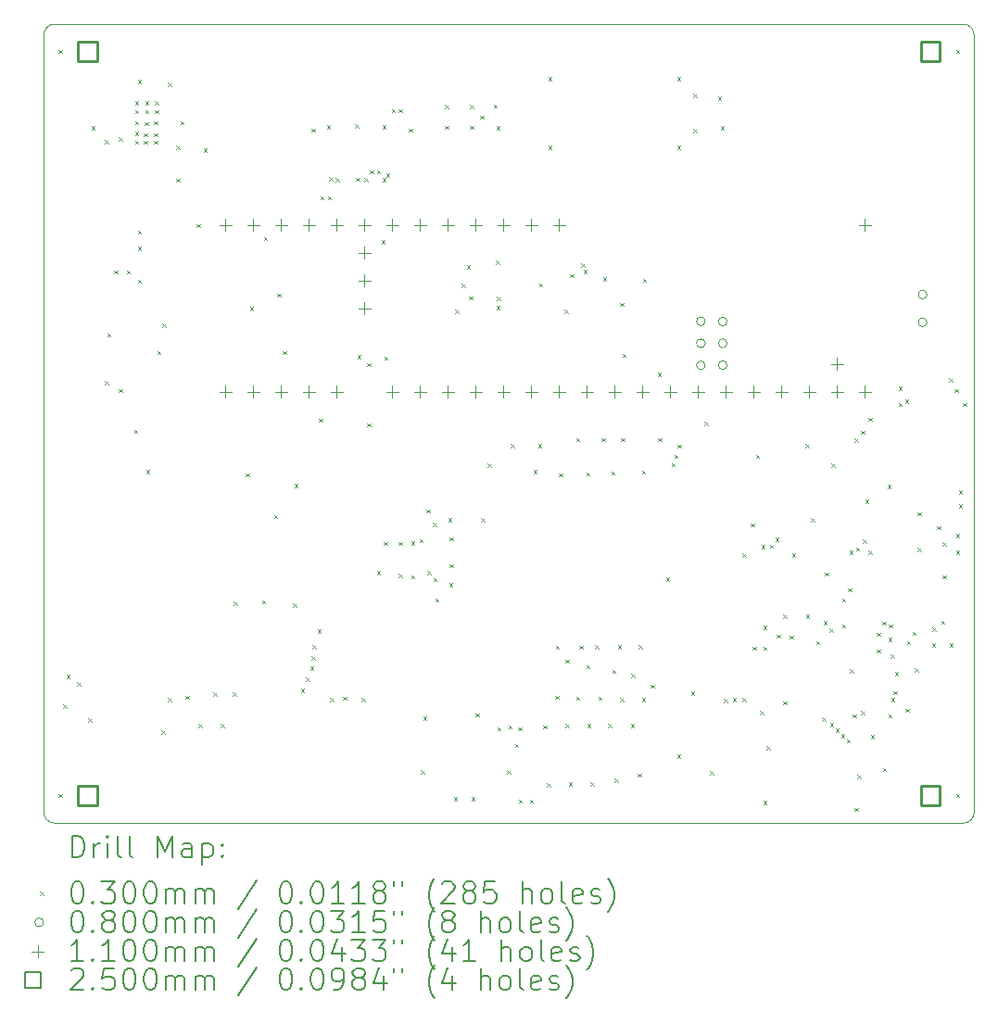
<source format=gbr>
%TF.GenerationSoftware,KiCad,Pcbnew,9.0.4*%
%TF.CreationDate,2026-02-09T19:44:17-05:00*%
%TF.ProjectId,main_board_v3,6d61696e-5f62-46f6-9172-645f76332e6b,rev?*%
%TF.SameCoordinates,Original*%
%TF.FileFunction,Drillmap*%
%TF.FilePolarity,Positive*%
%FSLAX45Y45*%
G04 Gerber Fmt 4.5, Leading zero omitted, Abs format (unit mm)*
G04 Created by KiCad (PCBNEW 9.0.4) date 2026-02-09 19:44:17*
%MOMM*%
%LPD*%
G01*
G04 APERTURE LIST*
%ADD10C,0.050000*%
%ADD11C,0.200000*%
%ADD12C,0.100000*%
%ADD13C,0.110000*%
%ADD14C,0.250000*%
G04 APERTURE END LIST*
D10*
X5200000Y-8750000D02*
G75*
G02*
X5100000Y-8650000I0J100000D01*
G01*
X13600000Y-1550000D02*
X13600000Y-8650000D01*
X13500000Y-1450000D02*
X5200000Y-1450000D01*
X5100000Y-1550000D02*
G75*
G02*
X5200000Y-1450000I100000J0D01*
G01*
X5200000Y-8750000D02*
X13500000Y-8750000D01*
X13500000Y-1450000D02*
G75*
G02*
X13600000Y-1550000I0J-100000D01*
G01*
X13600000Y-8650000D02*
G75*
G02*
X13500000Y-8750000I-100000J0D01*
G01*
X5100000Y-1550000D02*
X5100000Y-8650000D01*
D11*
D12*
X5235000Y-1685000D02*
X5265000Y-1715000D01*
X5265000Y-1685000D02*
X5235000Y-1715000D01*
X5235000Y-8485000D02*
X5265000Y-8515000D01*
X5265000Y-8485000D02*
X5235000Y-8515000D01*
X5275000Y-7665000D02*
X5305000Y-7695000D01*
X5305000Y-7665000D02*
X5275000Y-7695000D01*
X5305000Y-7395000D02*
X5335000Y-7425000D01*
X5335000Y-7395000D02*
X5305000Y-7425000D01*
X5405000Y-7465000D02*
X5435000Y-7495000D01*
X5435000Y-7465000D02*
X5405000Y-7495000D01*
X5505000Y-7795000D02*
X5535000Y-7825000D01*
X5535000Y-7795000D02*
X5505000Y-7825000D01*
X5535000Y-2385000D02*
X5565000Y-2415000D01*
X5565000Y-2385000D02*
X5535000Y-2415000D01*
X5660000Y-2510000D02*
X5690000Y-2540000D01*
X5690000Y-2510000D02*
X5660000Y-2540000D01*
X5660000Y-4710000D02*
X5690000Y-4740000D01*
X5690000Y-4710000D02*
X5660000Y-4740000D01*
X5678462Y-4274000D02*
X5708462Y-4304000D01*
X5708462Y-4274000D02*
X5678462Y-4304000D01*
X5742500Y-3700000D02*
X5772500Y-3730000D01*
X5772500Y-3700000D02*
X5742500Y-3730000D01*
X5785000Y-2485000D02*
X5815000Y-2515000D01*
X5815000Y-2485000D02*
X5785000Y-2515000D01*
X5785000Y-4785000D02*
X5815000Y-4815000D01*
X5815000Y-4785000D02*
X5785000Y-4815000D01*
X5857500Y-3700000D02*
X5887500Y-3730000D01*
X5887500Y-3700000D02*
X5857500Y-3730000D01*
X5925000Y-5155000D02*
X5955000Y-5185000D01*
X5955000Y-5155000D02*
X5925000Y-5185000D01*
X5935000Y-2155000D02*
X5965000Y-2185000D01*
X5965000Y-2155000D02*
X5935000Y-2185000D01*
X5935000Y-2235000D02*
X5965000Y-2265000D01*
X5965000Y-2235000D02*
X5935000Y-2265000D01*
X5935000Y-2335000D02*
X5965000Y-2365000D01*
X5965000Y-2335000D02*
X5935000Y-2365000D01*
X5935000Y-2435000D02*
X5965000Y-2465000D01*
X5965000Y-2435000D02*
X5935000Y-2465000D01*
X5935000Y-2515000D02*
X5965000Y-2545000D01*
X5965000Y-2515000D02*
X5935000Y-2545000D01*
X5960000Y-1960000D02*
X5990000Y-1990000D01*
X5990000Y-1960000D02*
X5960000Y-1990000D01*
X5960000Y-3335000D02*
X5990000Y-3365000D01*
X5990000Y-3335000D02*
X5960000Y-3365000D01*
X5960000Y-3485000D02*
X5990000Y-3515000D01*
X5990000Y-3485000D02*
X5960000Y-3515000D01*
X5960000Y-3785000D02*
X5990000Y-3815000D01*
X5990000Y-3785000D02*
X5960000Y-3815000D01*
X6015000Y-2445000D02*
X6045000Y-2475000D01*
X6045000Y-2445000D02*
X6015000Y-2475000D01*
X6015000Y-2515000D02*
X6045000Y-2545000D01*
X6045000Y-2515000D02*
X6015000Y-2545000D01*
X6021500Y-2344100D02*
X6051500Y-2374100D01*
X6051500Y-2344100D02*
X6021500Y-2374100D01*
X6025000Y-2155000D02*
X6055000Y-2185000D01*
X6055000Y-2155000D02*
X6025000Y-2185000D01*
X6025000Y-2235000D02*
X6055000Y-2265000D01*
X6055000Y-2235000D02*
X6025000Y-2265000D01*
X6035000Y-5525000D02*
X6065000Y-5555000D01*
X6065000Y-5525000D02*
X6035000Y-5555000D01*
X6105000Y-2335000D02*
X6135000Y-2365000D01*
X6135000Y-2335000D02*
X6105000Y-2365000D01*
X6105000Y-2445000D02*
X6135000Y-2475000D01*
X6135000Y-2445000D02*
X6105000Y-2475000D01*
X6105000Y-2515000D02*
X6135000Y-2545000D01*
X6135000Y-2515000D02*
X6105000Y-2545000D01*
X6115000Y-2155000D02*
X6145000Y-2185000D01*
X6145000Y-2155000D02*
X6115000Y-2185000D01*
X6115000Y-2235000D02*
X6145000Y-2265000D01*
X6145000Y-2235000D02*
X6115000Y-2265000D01*
X6135000Y-4435000D02*
X6165000Y-4465000D01*
X6165000Y-4435000D02*
X6135000Y-4465000D01*
X6175000Y-7905000D02*
X6205000Y-7935000D01*
X6205000Y-7905000D02*
X6175000Y-7935000D01*
X6185000Y-4185000D02*
X6215000Y-4215000D01*
X6215000Y-4185000D02*
X6185000Y-4215000D01*
X6235000Y-1985000D02*
X6265000Y-2015000D01*
X6265000Y-1985000D02*
X6235000Y-2015000D01*
X6235000Y-7605000D02*
X6265000Y-7635000D01*
X6265000Y-7605000D02*
X6235000Y-7635000D01*
X6310000Y-2560000D02*
X6340000Y-2590000D01*
X6340000Y-2560000D02*
X6310000Y-2590000D01*
X6310000Y-2860000D02*
X6340000Y-2890000D01*
X6340000Y-2860000D02*
X6310000Y-2890000D01*
X6347406Y-2335310D02*
X6377406Y-2365310D01*
X6377406Y-2335310D02*
X6347406Y-2365310D01*
X6395000Y-7585000D02*
X6425000Y-7615000D01*
X6425000Y-7585000D02*
X6395000Y-7615000D01*
X6495000Y-3275000D02*
X6525000Y-3305000D01*
X6525000Y-3275000D02*
X6495000Y-3305000D01*
X6515000Y-7845000D02*
X6545000Y-7875000D01*
X6545000Y-7845000D02*
X6515000Y-7875000D01*
X6560000Y-2585000D02*
X6590000Y-2615000D01*
X6590000Y-2585000D02*
X6560000Y-2615000D01*
X6647123Y-7557123D02*
X6677123Y-7587123D01*
X6677123Y-7557123D02*
X6647123Y-7587123D01*
X6715000Y-7845000D02*
X6745000Y-7875000D01*
X6745000Y-7845000D02*
X6715000Y-7875000D01*
X6825000Y-7555000D02*
X6855000Y-7585000D01*
X6855000Y-7555000D02*
X6825000Y-7585000D01*
X6835000Y-6725000D02*
X6865000Y-6755000D01*
X6865000Y-6725000D02*
X6835000Y-6755000D01*
X6945500Y-5555000D02*
X6975500Y-5585000D01*
X6975500Y-5555000D02*
X6945500Y-5585000D01*
X6985000Y-4035000D02*
X7015000Y-4065000D01*
X7015000Y-4035000D02*
X6985000Y-4065000D01*
X7095000Y-6715000D02*
X7125000Y-6745000D01*
X7125000Y-6715000D02*
X7095000Y-6745000D01*
X7112100Y-3395000D02*
X7142100Y-3425000D01*
X7142100Y-3395000D02*
X7112100Y-3425000D01*
X7205000Y-5935000D02*
X7235000Y-5965000D01*
X7235000Y-5935000D02*
X7205000Y-5965000D01*
X7235000Y-3910000D02*
X7265000Y-3940000D01*
X7265000Y-3910000D02*
X7235000Y-3940000D01*
X7285000Y-4435000D02*
X7315000Y-4465000D01*
X7315000Y-4435000D02*
X7285000Y-4465000D01*
X7375000Y-6745000D02*
X7405000Y-6775000D01*
X7405000Y-6745000D02*
X7375000Y-6775000D01*
X7388000Y-5651160D02*
X7418000Y-5681160D01*
X7418000Y-5651160D02*
X7388000Y-5681160D01*
X7449538Y-7523708D02*
X7479538Y-7553708D01*
X7479538Y-7523708D02*
X7449538Y-7553708D01*
X7495873Y-7418373D02*
X7525873Y-7448373D01*
X7525873Y-7418373D02*
X7495873Y-7448373D01*
X7535000Y-7317500D02*
X7565000Y-7347500D01*
X7565000Y-7317500D02*
X7535000Y-7347500D01*
X7545000Y-2405000D02*
X7575000Y-2435000D01*
X7575000Y-2405000D02*
X7545000Y-2435000D01*
X7545000Y-7227500D02*
X7575000Y-7257500D01*
X7575000Y-7227500D02*
X7545000Y-7257500D01*
X7555000Y-7125000D02*
X7585000Y-7155000D01*
X7585000Y-7125000D02*
X7555000Y-7155000D01*
X7600000Y-6980000D02*
X7630000Y-7010000D01*
X7630000Y-6980000D02*
X7600000Y-7010000D01*
X7615000Y-5055000D02*
X7645000Y-5085000D01*
X7645000Y-5055000D02*
X7615000Y-5085000D01*
X7625000Y-3021639D02*
X7655000Y-3051639D01*
X7655000Y-3021639D02*
X7625000Y-3051639D01*
X7685000Y-2375000D02*
X7715000Y-2405000D01*
X7715000Y-2375000D02*
X7685000Y-2405000D01*
X7695000Y-3021639D02*
X7725000Y-3051639D01*
X7725000Y-3021639D02*
X7695000Y-3051639D01*
X7708335Y-2848325D02*
X7738335Y-2878325D01*
X7738335Y-2848325D02*
X7708335Y-2878325D01*
X7715000Y-7605000D02*
X7745000Y-7635000D01*
X7745000Y-7605000D02*
X7715000Y-7635000D01*
X7765000Y-2855000D02*
X7795000Y-2885000D01*
X7795000Y-2855000D02*
X7765000Y-2885000D01*
X7834228Y-7594187D02*
X7864228Y-7624187D01*
X7864228Y-7594187D02*
X7834228Y-7624187D01*
X7945000Y-2365000D02*
X7975000Y-2395000D01*
X7975000Y-2365000D02*
X7945000Y-2395000D01*
X7953258Y-2850936D02*
X7983258Y-2880936D01*
X7983258Y-2850936D02*
X7953258Y-2880936D01*
X7965000Y-4475000D02*
X7995000Y-4505000D01*
X7995000Y-4475000D02*
X7965000Y-4505000D01*
X8005000Y-7605000D02*
X8035000Y-7635000D01*
X8035000Y-7605000D02*
X8005000Y-7635000D01*
X8029090Y-2859016D02*
X8059090Y-2889016D01*
X8059090Y-2859016D02*
X8029090Y-2889016D01*
X8055000Y-4545000D02*
X8085000Y-4575000D01*
X8085000Y-4545000D02*
X8055000Y-4575000D01*
X8055000Y-5095000D02*
X8085000Y-5125000D01*
X8085000Y-5095000D02*
X8055000Y-5125000D01*
X8077970Y-2785000D02*
X8107970Y-2815000D01*
X8107970Y-2785000D02*
X8077970Y-2815000D01*
X8142030Y-2785000D02*
X8172030Y-2815000D01*
X8172030Y-2785000D02*
X8142030Y-2815000D01*
X8145000Y-6445000D02*
X8175000Y-6475000D01*
X8175000Y-6445000D02*
X8145000Y-6475000D01*
X8185000Y-3425000D02*
X8215000Y-3455000D01*
X8215000Y-3425000D02*
X8185000Y-3455000D01*
X8195000Y-2375000D02*
X8225000Y-2405000D01*
X8225000Y-2375000D02*
X8195000Y-2405000D01*
X8195000Y-2855000D02*
X8225000Y-2885000D01*
X8225000Y-2855000D02*
X8195000Y-2885000D01*
X8207000Y-6180000D02*
X8237000Y-6210000D01*
X8237000Y-6180000D02*
X8207000Y-6210000D01*
X8210000Y-4485000D02*
X8240000Y-4515000D01*
X8240000Y-4485000D02*
X8210000Y-4515000D01*
X8229090Y-2815715D02*
X8259090Y-2845715D01*
X8259090Y-2815715D02*
X8229090Y-2845715D01*
X8277970Y-2225000D02*
X8307970Y-2255000D01*
X8307970Y-2225000D02*
X8277970Y-2255000D01*
X8341500Y-6470500D02*
X8371500Y-6500500D01*
X8371500Y-6470500D02*
X8341500Y-6500500D01*
X8342000Y-6180000D02*
X8372000Y-6210000D01*
X8372000Y-6180000D02*
X8342000Y-6210000D01*
X8342030Y-2225000D02*
X8372030Y-2255000D01*
X8372030Y-2225000D02*
X8342030Y-2255000D01*
X8435000Y-2405000D02*
X8465000Y-2435000D01*
X8465000Y-2405000D02*
X8435000Y-2435000D01*
X8457500Y-6175000D02*
X8487500Y-6205000D01*
X8487500Y-6175000D02*
X8457500Y-6205000D01*
X8457500Y-6485000D02*
X8487500Y-6515000D01*
X8487500Y-6485000D02*
X8457500Y-6515000D01*
X8532000Y-6155000D02*
X8562000Y-6185000D01*
X8562000Y-6155000D02*
X8532000Y-6185000D01*
X8545000Y-8265000D02*
X8575000Y-8295000D01*
X8575000Y-8265000D02*
X8545000Y-8295000D01*
X8565000Y-7775000D02*
X8595000Y-7805000D01*
X8595000Y-7775000D02*
X8565000Y-7805000D01*
X8595000Y-5885000D02*
X8625000Y-5915000D01*
X8625000Y-5885000D02*
X8595000Y-5915000D01*
X8605000Y-6445000D02*
X8635000Y-6475000D01*
X8635000Y-6445000D02*
X8605000Y-6475000D01*
X8657000Y-6005000D02*
X8687000Y-6035000D01*
X8687000Y-6005000D02*
X8657000Y-6035000D01*
X8661000Y-6511000D02*
X8691000Y-6541000D01*
X8691000Y-6511000D02*
X8661000Y-6541000D01*
X8675000Y-6695000D02*
X8705000Y-6725000D01*
X8705000Y-6695000D02*
X8675000Y-6725000D01*
X8767500Y-2190000D02*
X8797500Y-2220000D01*
X8797500Y-2190000D02*
X8767500Y-2220000D01*
X8767500Y-2380000D02*
X8797500Y-2410000D01*
X8797500Y-2380000D02*
X8767500Y-2410000D01*
X8795000Y-5965000D02*
X8825000Y-5995000D01*
X8825000Y-5965000D02*
X8795000Y-5995000D01*
X8805000Y-6555000D02*
X8835000Y-6585000D01*
X8835000Y-6555000D02*
X8805000Y-6585000D01*
X8809797Y-6381991D02*
X8839797Y-6411991D01*
X8839797Y-6381991D02*
X8809797Y-6411991D01*
X8810000Y-6137000D02*
X8840000Y-6167000D01*
X8840000Y-6137000D02*
X8810000Y-6167000D01*
X8845000Y-8515000D02*
X8875000Y-8545000D01*
X8875000Y-8515000D02*
X8845000Y-8545000D01*
X8860000Y-4060000D02*
X8890000Y-4090000D01*
X8890000Y-4060000D02*
X8860000Y-4090000D01*
X8916795Y-3822500D02*
X8946795Y-3852500D01*
X8946795Y-3822500D02*
X8916795Y-3852500D01*
X8965000Y-3655000D02*
X8995000Y-3685000D01*
X8995000Y-3655000D02*
X8965000Y-3685000D01*
X8985000Y-3935000D02*
X9015000Y-3965000D01*
X9015000Y-3935000D02*
X8985000Y-3965000D01*
X8995000Y-2190000D02*
X9025000Y-2220000D01*
X9025000Y-2190000D02*
X8995000Y-2220000D01*
X8995000Y-2380000D02*
X9025000Y-2410000D01*
X9025000Y-2380000D02*
X8995000Y-2410000D01*
X9005000Y-8515000D02*
X9035000Y-8545000D01*
X9035000Y-8515000D02*
X9005000Y-8545000D01*
X9045000Y-7745000D02*
X9075000Y-7775000D01*
X9075000Y-7745000D02*
X9045000Y-7775000D01*
X9085000Y-2285000D02*
X9115000Y-2315000D01*
X9115000Y-2285000D02*
X9085000Y-2315000D01*
X9095000Y-5965000D02*
X9125000Y-5995000D01*
X9125000Y-5965000D02*
X9095000Y-5995000D01*
X9155000Y-5465000D02*
X9185000Y-5495000D01*
X9185000Y-5465000D02*
X9155000Y-5495000D01*
X9210000Y-2185000D02*
X9240000Y-2215000D01*
X9240000Y-2185000D02*
X9210000Y-2215000D01*
X9230500Y-3610000D02*
X9260500Y-3640000D01*
X9260500Y-3610000D02*
X9230500Y-3640000D01*
X9235000Y-2385000D02*
X9265000Y-2415000D01*
X9265000Y-2385000D02*
X9235000Y-2415000D01*
X9235000Y-4025000D02*
X9265000Y-4055000D01*
X9265000Y-4025000D02*
X9235000Y-4055000D01*
X9238986Y-3941481D02*
X9268986Y-3971481D01*
X9268986Y-3941481D02*
X9238986Y-3971481D01*
X9245000Y-7875000D02*
X9275000Y-7905000D01*
X9275000Y-7875000D02*
X9245000Y-7905000D01*
X9335000Y-8265000D02*
X9365000Y-8295000D01*
X9365000Y-8265000D02*
X9335000Y-8295000D01*
X9345000Y-7855000D02*
X9375000Y-7885000D01*
X9375000Y-7855000D02*
X9345000Y-7885000D01*
X9365000Y-5285000D02*
X9395000Y-5315000D01*
X9395000Y-5285000D02*
X9365000Y-5315000D01*
X9405000Y-8025000D02*
X9435000Y-8055000D01*
X9435000Y-8025000D02*
X9405000Y-8055000D01*
X9435000Y-7875000D02*
X9465000Y-7905000D01*
X9465000Y-7875000D02*
X9435000Y-7905000D01*
X9440000Y-8535000D02*
X9470000Y-8565000D01*
X9470000Y-8535000D02*
X9440000Y-8565000D01*
X9540000Y-8535000D02*
X9570000Y-8565000D01*
X9570000Y-8535000D02*
X9540000Y-8565000D01*
X9575000Y-5525000D02*
X9605000Y-5555000D01*
X9605000Y-5525000D02*
X9575000Y-5555000D01*
X9615000Y-5285000D02*
X9645000Y-5315000D01*
X9645000Y-5285000D02*
X9615000Y-5315000D01*
X9624607Y-3816886D02*
X9654607Y-3846886D01*
X9654607Y-3816886D02*
X9624607Y-3846886D01*
X9665000Y-7855000D02*
X9695000Y-7885000D01*
X9695000Y-7855000D02*
X9665000Y-7885000D01*
X9695000Y-8385000D02*
X9725000Y-8415000D01*
X9725000Y-8385000D02*
X9695000Y-8415000D01*
X9710000Y-1935000D02*
X9740000Y-1965000D01*
X9740000Y-1935000D02*
X9710000Y-1965000D01*
X9710000Y-2560000D02*
X9740000Y-2590000D01*
X9740000Y-2560000D02*
X9710000Y-2590000D01*
X9775000Y-7585000D02*
X9805000Y-7615000D01*
X9805000Y-7585000D02*
X9775000Y-7615000D01*
X9777500Y-7127500D02*
X9807500Y-7157500D01*
X9807500Y-7127500D02*
X9777500Y-7157500D01*
X9805000Y-5555000D02*
X9835000Y-5585000D01*
X9835000Y-5555000D02*
X9805000Y-5585000D01*
X9860000Y-4060000D02*
X9890000Y-4090000D01*
X9890000Y-4060000D02*
X9860000Y-4090000D01*
X9865000Y-7255000D02*
X9895000Y-7285000D01*
X9895000Y-7255000D02*
X9865000Y-7285000D01*
X9865000Y-7845000D02*
X9895000Y-7875000D01*
X9895000Y-7845000D02*
X9865000Y-7875000D01*
X9895000Y-8375000D02*
X9925000Y-8405000D01*
X9925000Y-8375000D02*
X9895000Y-8405000D01*
X9910000Y-3735000D02*
X9940000Y-3765000D01*
X9940000Y-3735000D02*
X9910000Y-3765000D01*
X9965000Y-5232500D02*
X9995000Y-5262500D01*
X9995000Y-5232500D02*
X9965000Y-5262500D01*
X9965000Y-7595000D02*
X9995000Y-7625000D01*
X9995000Y-7595000D02*
X9965000Y-7625000D01*
X9995000Y-7129000D02*
X10025000Y-7159000D01*
X10025000Y-7129000D02*
X9995000Y-7159000D01*
X10010000Y-3635000D02*
X10040000Y-3665000D01*
X10040000Y-3635000D02*
X10010000Y-3665000D01*
X10033111Y-3695753D02*
X10063111Y-3725753D01*
X10063111Y-3695753D02*
X10033111Y-3725753D01*
X10055000Y-5545000D02*
X10085000Y-5575000D01*
X10085000Y-5545000D02*
X10055000Y-5575000D01*
X10055000Y-7307500D02*
X10085000Y-7337500D01*
X10085000Y-7307500D02*
X10055000Y-7337500D01*
X10065000Y-7845000D02*
X10095000Y-7875000D01*
X10095000Y-7845000D02*
X10065000Y-7875000D01*
X10095000Y-8375000D02*
X10125000Y-8405000D01*
X10125000Y-8375000D02*
X10095000Y-8405000D01*
X10135000Y-7125000D02*
X10165000Y-7155000D01*
X10165000Y-7125000D02*
X10135000Y-7155000D01*
X10165000Y-7595000D02*
X10195000Y-7625000D01*
X10195000Y-7595000D02*
X10165000Y-7625000D01*
X10195000Y-5232500D02*
X10225000Y-5262500D01*
X10225000Y-5232500D02*
X10195000Y-5262500D01*
X10207877Y-3762123D02*
X10237877Y-3792123D01*
X10237877Y-3762123D02*
X10207877Y-3792123D01*
X10255000Y-7845000D02*
X10285000Y-7875000D01*
X10285000Y-7845000D02*
X10255000Y-7875000D01*
X10285000Y-5535000D02*
X10315000Y-5565000D01*
X10315000Y-5535000D02*
X10285000Y-5565000D01*
X10295000Y-7347600D02*
X10325000Y-7377600D01*
X10325000Y-7347600D02*
X10295000Y-7377600D01*
X10315000Y-8345000D02*
X10345000Y-8375000D01*
X10345000Y-8345000D02*
X10315000Y-8375000D01*
X10345000Y-7125000D02*
X10375000Y-7155000D01*
X10375000Y-7125000D02*
X10345000Y-7155000D01*
X10365000Y-3995000D02*
X10395000Y-4025000D01*
X10395000Y-3995000D02*
X10365000Y-4025000D01*
X10365000Y-7605000D02*
X10395000Y-7635000D01*
X10395000Y-7605000D02*
X10365000Y-7635000D01*
X10375000Y-5232500D02*
X10405000Y-5262500D01*
X10405000Y-5232500D02*
X10375000Y-5262500D01*
X10385000Y-4460000D02*
X10415000Y-4490000D01*
X10415000Y-4460000D02*
X10385000Y-4490000D01*
X10465000Y-7845000D02*
X10495000Y-7875000D01*
X10495000Y-7845000D02*
X10465000Y-7875000D01*
X10467400Y-7387700D02*
X10497400Y-7417700D01*
X10497400Y-7387700D02*
X10467400Y-7417700D01*
X10525000Y-8295000D02*
X10555000Y-8325000D01*
X10555000Y-8295000D02*
X10525000Y-8325000D01*
X10535000Y-7124000D02*
X10565000Y-7154000D01*
X10565000Y-7124000D02*
X10535000Y-7154000D01*
X10563612Y-5526388D02*
X10593612Y-5556388D01*
X10593612Y-5526388D02*
X10563612Y-5556388D01*
X10565000Y-7605000D02*
X10595000Y-7635000D01*
X10595000Y-7605000D02*
X10565000Y-7635000D01*
X10575000Y-3775000D02*
X10605000Y-3805000D01*
X10605000Y-3775000D02*
X10575000Y-3805000D01*
X10645000Y-7485000D02*
X10675000Y-7515000D01*
X10675000Y-7485000D02*
X10645000Y-7515000D01*
X10710000Y-4635000D02*
X10740000Y-4665000D01*
X10740000Y-4635000D02*
X10710000Y-4665000D01*
X10715000Y-5232500D02*
X10745000Y-5262500D01*
X10745000Y-5232500D02*
X10715000Y-5262500D01*
X10785000Y-6505000D02*
X10815000Y-6535000D01*
X10815000Y-6505000D02*
X10785000Y-6535000D01*
X10835000Y-5460000D02*
X10865000Y-5490000D01*
X10865000Y-5460000D02*
X10835000Y-5490000D01*
X10860000Y-5385000D02*
X10890000Y-5415000D01*
X10890000Y-5385000D02*
X10860000Y-5415000D01*
X10885000Y-1935000D02*
X10915000Y-1965000D01*
X10915000Y-1935000D02*
X10885000Y-1965000D01*
X10885000Y-2560000D02*
X10915000Y-2590000D01*
X10915000Y-2560000D02*
X10885000Y-2590000D01*
X10885000Y-8125000D02*
X10915000Y-8155000D01*
X10915000Y-8125000D02*
X10885000Y-8155000D01*
X10892123Y-5292123D02*
X10922123Y-5322123D01*
X10922123Y-5292123D02*
X10892123Y-5322123D01*
X11015000Y-7547500D02*
X11045000Y-7577500D01*
X11045000Y-7547500D02*
X11015000Y-7577500D01*
X11035000Y-2085000D02*
X11065000Y-2115000D01*
X11065000Y-2085000D02*
X11035000Y-2115000D01*
X11035000Y-2410000D02*
X11065000Y-2440000D01*
X11065000Y-2410000D02*
X11035000Y-2440000D01*
X11135000Y-5085000D02*
X11165000Y-5115000D01*
X11165000Y-5085000D02*
X11135000Y-5115000D01*
X11185000Y-8275000D02*
X11215000Y-8305000D01*
X11215000Y-8275000D02*
X11185000Y-8305000D01*
X11260000Y-2110000D02*
X11290000Y-2140000D01*
X11290000Y-2110000D02*
X11260000Y-2140000D01*
X11285000Y-2385000D02*
X11315000Y-2415000D01*
X11315000Y-2385000D02*
X11285000Y-2415000D01*
X11315000Y-7615000D02*
X11345000Y-7645000D01*
X11345000Y-7615000D02*
X11315000Y-7645000D01*
X11395000Y-7605000D02*
X11425000Y-7635000D01*
X11425000Y-7605000D02*
X11395000Y-7635000D01*
X11485000Y-6285000D02*
X11515000Y-6315000D01*
X11515000Y-6285000D02*
X11485000Y-6315000D01*
X11485000Y-7605000D02*
X11515000Y-7635000D01*
X11515000Y-7605000D02*
X11485000Y-7635000D01*
X11558500Y-6010000D02*
X11588500Y-6040000D01*
X11588500Y-6010000D02*
X11558500Y-6040000D01*
X11575000Y-7135000D02*
X11605000Y-7165000D01*
X11605000Y-7135000D02*
X11575000Y-7165000D01*
X11605000Y-5385000D02*
X11635000Y-5415000D01*
X11635000Y-5385000D02*
X11605000Y-5415000D01*
X11645000Y-7725000D02*
X11675000Y-7755000D01*
X11675000Y-7725000D02*
X11645000Y-7755000D01*
X11658335Y-6208335D02*
X11688335Y-6238335D01*
X11688335Y-6208335D02*
X11658335Y-6238335D01*
X11672500Y-6947500D02*
X11702500Y-6977500D01*
X11702500Y-6947500D02*
X11672500Y-6977500D01*
X11675000Y-7135000D02*
X11705000Y-7165000D01*
X11705000Y-7135000D02*
X11675000Y-7165000D01*
X11675000Y-8547500D02*
X11705000Y-8577500D01*
X11705000Y-8547500D02*
X11675000Y-8577500D01*
X11705000Y-8045000D02*
X11735000Y-8075000D01*
X11735000Y-8045000D02*
X11705000Y-8075000D01*
X11734170Y-6205830D02*
X11764170Y-6235830D01*
X11764170Y-6205830D02*
X11734170Y-6235830D01*
X11785509Y-6139798D02*
X11815509Y-6169798D01*
X11815509Y-6139798D02*
X11785509Y-6169798D01*
X11795000Y-7025000D02*
X11825000Y-7055000D01*
X11825000Y-7025000D02*
X11795000Y-7055000D01*
X11855000Y-6845000D02*
X11885000Y-6875000D01*
X11885000Y-6845000D02*
X11855000Y-6875000D01*
X11855000Y-7635000D02*
X11885000Y-7665000D01*
X11885000Y-7635000D02*
X11855000Y-7665000D01*
X11915000Y-7035000D02*
X11945000Y-7065000D01*
X11945000Y-7035000D02*
X11915000Y-7065000D01*
X11935000Y-6285000D02*
X11965000Y-6315000D01*
X11965000Y-6285000D02*
X11935000Y-6315000D01*
X12060000Y-5285000D02*
X12090000Y-5315000D01*
X12090000Y-5285000D02*
X12060000Y-5315000D01*
X12065000Y-6845000D02*
X12095000Y-6875000D01*
X12095000Y-6845000D02*
X12065000Y-6875000D01*
X12110000Y-5962500D02*
X12140000Y-5992500D01*
X12140000Y-5962500D02*
X12110000Y-5992500D01*
X12155000Y-7085000D02*
X12185000Y-7115000D01*
X12185000Y-7085000D02*
X12155000Y-7115000D01*
X12210000Y-7785000D02*
X12240000Y-7815000D01*
X12240000Y-7785000D02*
X12210000Y-7815000D01*
X12225000Y-6905000D02*
X12255000Y-6935000D01*
X12255000Y-6905000D02*
X12225000Y-6935000D01*
X12235000Y-6460000D02*
X12265000Y-6490000D01*
X12265000Y-6460000D02*
X12235000Y-6490000D01*
X12277274Y-6971304D02*
X12307274Y-7001304D01*
X12307274Y-6971304D02*
X12277274Y-7001304D01*
X12285000Y-7835000D02*
X12315000Y-7865000D01*
X12315000Y-7835000D02*
X12285000Y-7865000D01*
X12295000Y-5465000D02*
X12325000Y-5495000D01*
X12325000Y-5465000D02*
X12295000Y-5495000D01*
X12332500Y-7885000D02*
X12362500Y-7915000D01*
X12362500Y-7885000D02*
X12332500Y-7915000D01*
X12385000Y-7935000D02*
X12415000Y-7965000D01*
X12415000Y-7935000D02*
X12385000Y-7965000D01*
X12392500Y-6695000D02*
X12422500Y-6725000D01*
X12422500Y-6695000D02*
X12392500Y-6725000D01*
X12392500Y-6935000D02*
X12422500Y-6965000D01*
X12422500Y-6935000D02*
X12392500Y-6965000D01*
X12437500Y-7984745D02*
X12467500Y-8014745D01*
X12467500Y-7984745D02*
X12437500Y-8014745D01*
X12449700Y-6605000D02*
X12479700Y-6635000D01*
X12479700Y-6605000D02*
X12449700Y-6635000D01*
X12460000Y-6260000D02*
X12490000Y-6290000D01*
X12490000Y-6260000D02*
X12460000Y-6290000D01*
X12465000Y-7345000D02*
X12495000Y-7375000D01*
X12495000Y-7345000D02*
X12465000Y-7375000D01*
X12492500Y-7755000D02*
X12522500Y-7785000D01*
X12522500Y-7755000D02*
X12492500Y-7785000D01*
X12510000Y-5235000D02*
X12540000Y-5265000D01*
X12540000Y-5235000D02*
X12510000Y-5265000D01*
X12510000Y-8610000D02*
X12540000Y-8640000D01*
X12540000Y-8610000D02*
X12510000Y-8640000D01*
X12518686Y-6232054D02*
X12548686Y-6262054D01*
X12548686Y-6232054D02*
X12518686Y-6262054D01*
X12535000Y-8310000D02*
X12565000Y-8340000D01*
X12565000Y-8310000D02*
X12535000Y-8340000D01*
X12565000Y-5165000D02*
X12595000Y-5195000D01*
X12595000Y-5165000D02*
X12565000Y-5195000D01*
X12565000Y-7725000D02*
X12595000Y-7755000D01*
X12595000Y-7725000D02*
X12565000Y-7755000D01*
X12585000Y-6160000D02*
X12615000Y-6190000D01*
X12615000Y-6160000D02*
X12585000Y-6190000D01*
X12605000Y-5795000D02*
X12635000Y-5825000D01*
X12635000Y-5795000D02*
X12605000Y-5825000D01*
X12635000Y-5045000D02*
X12665000Y-5075000D01*
X12665000Y-5045000D02*
X12635000Y-5075000D01*
X12635000Y-6260000D02*
X12665000Y-6290000D01*
X12665000Y-6260000D02*
X12635000Y-6290000D01*
X12655000Y-7945000D02*
X12685000Y-7975000D01*
X12685000Y-7945000D02*
X12655000Y-7975000D01*
X12710000Y-7010000D02*
X12740000Y-7040000D01*
X12740000Y-7010000D02*
X12710000Y-7040000D01*
X12710000Y-7163167D02*
X12740000Y-7193167D01*
X12740000Y-7163167D02*
X12710000Y-7193167D01*
X12762600Y-6910000D02*
X12792600Y-6940000D01*
X12792600Y-6910000D02*
X12762600Y-6940000D01*
X12765000Y-8245000D02*
X12795000Y-8275000D01*
X12795000Y-8245000D02*
X12765000Y-8275000D01*
X12810000Y-5660000D02*
X12840000Y-5690000D01*
X12840000Y-5660000D02*
X12810000Y-5690000D01*
X12815100Y-7055000D02*
X12845100Y-7085000D01*
X12845100Y-7055000D02*
X12815100Y-7085000D01*
X12815100Y-7755000D02*
X12845100Y-7785000D01*
X12845100Y-7755000D02*
X12815100Y-7785000D01*
X12822413Y-6935445D02*
X12852413Y-6965445D01*
X12852413Y-6935445D02*
X12822413Y-6965445D01*
X12836187Y-7210913D02*
X12866187Y-7240913D01*
X12866187Y-7210913D02*
X12836187Y-7240913D01*
X12843679Y-7606404D02*
X12873679Y-7636404D01*
X12873679Y-7606404D02*
X12843679Y-7636404D01*
X12865000Y-7545000D02*
X12895000Y-7575000D01*
X12895000Y-7545000D02*
X12865000Y-7575000D01*
X12875000Y-7367500D02*
X12905000Y-7397500D01*
X12905000Y-7367500D02*
X12875000Y-7397500D01*
X12910000Y-4760000D02*
X12940000Y-4790000D01*
X12940000Y-4760000D02*
X12910000Y-4790000D01*
X12910000Y-4910000D02*
X12940000Y-4940000D01*
X12940000Y-4910000D02*
X12910000Y-4940000D01*
X12968485Y-4878289D02*
X12998485Y-4908289D01*
X12998485Y-4878289D02*
X12968485Y-4908289D01*
X12975000Y-7705000D02*
X13005000Y-7735000D01*
X13005000Y-7705000D02*
X12975000Y-7735000D01*
X12985000Y-7085000D02*
X13015000Y-7115000D01*
X13015000Y-7085000D02*
X12985000Y-7115000D01*
X13036404Y-7002834D02*
X13066404Y-7032834D01*
X13066404Y-7002834D02*
X13036404Y-7032834D01*
X13060000Y-7335000D02*
X13090000Y-7365000D01*
X13090000Y-7335000D02*
X13060000Y-7365000D01*
X13085000Y-5910000D02*
X13115000Y-5940000D01*
X13115000Y-5910000D02*
X13085000Y-5940000D01*
X13085000Y-6235000D02*
X13115000Y-6265000D01*
X13115000Y-6235000D02*
X13085000Y-6265000D01*
X13215000Y-7105000D02*
X13245000Y-7135000D01*
X13245000Y-7105000D02*
X13215000Y-7135000D01*
X13217121Y-6963994D02*
X13247121Y-6993994D01*
X13247121Y-6963994D02*
X13217121Y-6993994D01*
X13260000Y-6035000D02*
X13290000Y-6065000D01*
X13290000Y-6035000D02*
X13260000Y-6065000D01*
X13299917Y-6898917D02*
X13329917Y-6928917D01*
X13329917Y-6898917D02*
X13299917Y-6928917D01*
X13310000Y-6185000D02*
X13340000Y-6215000D01*
X13340000Y-6185000D02*
X13310000Y-6215000D01*
X13310000Y-6485000D02*
X13340000Y-6515000D01*
X13340000Y-6485000D02*
X13310000Y-6515000D01*
X13372400Y-4685000D02*
X13402400Y-4715000D01*
X13402400Y-4685000D02*
X13372400Y-4715000D01*
X13375000Y-7105000D02*
X13405000Y-7135000D01*
X13405000Y-7105000D02*
X13375000Y-7135000D01*
X13422400Y-4785000D02*
X13452400Y-4815000D01*
X13452400Y-4785000D02*
X13422400Y-4815000D01*
X13435000Y-1685000D02*
X13465000Y-1715000D01*
X13465000Y-1685000D02*
X13435000Y-1715000D01*
X13435000Y-6110000D02*
X13465000Y-6140000D01*
X13465000Y-6110000D02*
X13435000Y-6140000D01*
X13435000Y-6260000D02*
X13465000Y-6290000D01*
X13465000Y-6260000D02*
X13435000Y-6290000D01*
X13435000Y-8485000D02*
X13465000Y-8515000D01*
X13465000Y-8485000D02*
X13435000Y-8515000D01*
X13460000Y-5710000D02*
X13490000Y-5740000D01*
X13490000Y-5710000D02*
X13460000Y-5740000D01*
X13460000Y-5835000D02*
X13490000Y-5865000D01*
X13490000Y-5835000D02*
X13460000Y-5865000D01*
X13497400Y-4910000D02*
X13527400Y-4940000D01*
X13527400Y-4910000D02*
X13497400Y-4940000D01*
X11143000Y-4166160D02*
G75*
G02*
X11063000Y-4166160I-40000J0D01*
G01*
X11063000Y-4166160D02*
G75*
G02*
X11143000Y-4166160I40000J0D01*
G01*
X11143000Y-4366160D02*
G75*
G02*
X11063000Y-4366160I-40000J0D01*
G01*
X11063000Y-4366160D02*
G75*
G02*
X11143000Y-4366160I40000J0D01*
G01*
X11143000Y-4566160D02*
G75*
G02*
X11063000Y-4566160I-40000J0D01*
G01*
X11063000Y-4566160D02*
G75*
G02*
X11143000Y-4566160I40000J0D01*
G01*
X11343000Y-4166160D02*
G75*
G02*
X11263000Y-4166160I-40000J0D01*
G01*
X11263000Y-4166160D02*
G75*
G02*
X11343000Y-4166160I40000J0D01*
G01*
X11343000Y-4366160D02*
G75*
G02*
X11263000Y-4366160I-40000J0D01*
G01*
X11263000Y-4366160D02*
G75*
G02*
X11343000Y-4366160I40000J0D01*
G01*
X11343000Y-4566160D02*
G75*
G02*
X11263000Y-4566160I-40000J0D01*
G01*
X11263000Y-4566160D02*
G75*
G02*
X11343000Y-4566160I40000J0D01*
G01*
X13169000Y-3921000D02*
G75*
G02*
X13089000Y-3921000I-40000J0D01*
G01*
X13089000Y-3921000D02*
G75*
G02*
X13169000Y-3921000I40000J0D01*
G01*
X13169000Y-4175000D02*
G75*
G02*
X13089000Y-4175000I-40000J0D01*
G01*
X13089000Y-4175000D02*
G75*
G02*
X13169000Y-4175000I40000J0D01*
G01*
D13*
X6758000Y-3231000D02*
X6758000Y-3341000D01*
X6703000Y-3286000D02*
X6813000Y-3286000D01*
X6758000Y-4755000D02*
X6758000Y-4865000D01*
X6703000Y-4810000D02*
X6813000Y-4810000D01*
X7012000Y-3231000D02*
X7012000Y-3341000D01*
X6957000Y-3286000D02*
X7067000Y-3286000D01*
X7012000Y-4755000D02*
X7012000Y-4865000D01*
X6957000Y-4810000D02*
X7067000Y-4810000D01*
X7266000Y-3231000D02*
X7266000Y-3341000D01*
X7211000Y-3286000D02*
X7321000Y-3286000D01*
X7266000Y-4755000D02*
X7266000Y-4865000D01*
X7211000Y-4810000D02*
X7321000Y-4810000D01*
X7520000Y-3231000D02*
X7520000Y-3341000D01*
X7465000Y-3286000D02*
X7575000Y-3286000D01*
X7520000Y-4755000D02*
X7520000Y-4865000D01*
X7465000Y-4810000D02*
X7575000Y-4810000D01*
X7774000Y-3231000D02*
X7774000Y-3341000D01*
X7719000Y-3286000D02*
X7829000Y-3286000D01*
X7774000Y-4755000D02*
X7774000Y-4865000D01*
X7719000Y-4810000D02*
X7829000Y-4810000D01*
X8028000Y-3231000D02*
X8028000Y-3341000D01*
X7973000Y-3286000D02*
X8083000Y-3286000D01*
X8028000Y-3485000D02*
X8028000Y-3595000D01*
X7973000Y-3540000D02*
X8083000Y-3540000D01*
X8028000Y-3739000D02*
X8028000Y-3849000D01*
X7973000Y-3794000D02*
X8083000Y-3794000D01*
X8028000Y-3993000D02*
X8028000Y-4103000D01*
X7973000Y-4048000D02*
X8083000Y-4048000D01*
X8282000Y-3231000D02*
X8282000Y-3341000D01*
X8227000Y-3286000D02*
X8337000Y-3286000D01*
X8282000Y-4755000D02*
X8282000Y-4865000D01*
X8227000Y-4810000D02*
X8337000Y-4810000D01*
X8536000Y-3231000D02*
X8536000Y-3341000D01*
X8481000Y-3286000D02*
X8591000Y-3286000D01*
X8536000Y-4755000D02*
X8536000Y-4865000D01*
X8481000Y-4810000D02*
X8591000Y-4810000D01*
X8790000Y-3231000D02*
X8790000Y-3341000D01*
X8735000Y-3286000D02*
X8845000Y-3286000D01*
X8790000Y-4755000D02*
X8790000Y-4865000D01*
X8735000Y-4810000D02*
X8845000Y-4810000D01*
X9044000Y-3231000D02*
X9044000Y-3341000D01*
X8989000Y-3286000D02*
X9099000Y-3286000D01*
X9044000Y-4755000D02*
X9044000Y-4865000D01*
X8989000Y-4810000D02*
X9099000Y-4810000D01*
X9298000Y-3231000D02*
X9298000Y-3341000D01*
X9243000Y-3286000D02*
X9353000Y-3286000D01*
X9298000Y-4755000D02*
X9298000Y-4865000D01*
X9243000Y-4810000D02*
X9353000Y-4810000D01*
X9552000Y-3231000D02*
X9552000Y-3341000D01*
X9497000Y-3286000D02*
X9607000Y-3286000D01*
X9552000Y-4755000D02*
X9552000Y-4865000D01*
X9497000Y-4810000D02*
X9607000Y-4810000D01*
X9806000Y-3231000D02*
X9806000Y-3341000D01*
X9751000Y-3286000D02*
X9861000Y-3286000D01*
X9806000Y-4755000D02*
X9806000Y-4865000D01*
X9751000Y-4810000D02*
X9861000Y-4810000D01*
X10060000Y-4755000D02*
X10060000Y-4865000D01*
X10005000Y-4810000D02*
X10115000Y-4810000D01*
X10314000Y-4755000D02*
X10314000Y-4865000D01*
X10259000Y-4810000D02*
X10369000Y-4810000D01*
X10568000Y-4755000D02*
X10568000Y-4865000D01*
X10513000Y-4810000D02*
X10623000Y-4810000D01*
X10822000Y-4755000D02*
X10822000Y-4865000D01*
X10767000Y-4810000D02*
X10877000Y-4810000D01*
X11076000Y-4755000D02*
X11076000Y-4865000D01*
X11021000Y-4810000D02*
X11131000Y-4810000D01*
X11330000Y-4755000D02*
X11330000Y-4865000D01*
X11275000Y-4810000D02*
X11385000Y-4810000D01*
X11584000Y-4755000D02*
X11584000Y-4865000D01*
X11529000Y-4810000D02*
X11639000Y-4810000D01*
X11838000Y-4755000D02*
X11838000Y-4865000D01*
X11783000Y-4810000D02*
X11893000Y-4810000D01*
X12092000Y-4755000D02*
X12092000Y-4865000D01*
X12037000Y-4810000D02*
X12147000Y-4810000D01*
X12346000Y-4501000D02*
X12346000Y-4611000D01*
X12291000Y-4556000D02*
X12401000Y-4556000D01*
X12346000Y-4755000D02*
X12346000Y-4865000D01*
X12291000Y-4810000D02*
X12401000Y-4810000D01*
X12600000Y-3231000D02*
X12600000Y-3341000D01*
X12545000Y-3286000D02*
X12655000Y-3286000D01*
X12600000Y-4755000D02*
X12600000Y-4865000D01*
X12545000Y-4810000D02*
X12655000Y-4810000D01*
D14*
X5588389Y-1788389D02*
X5588389Y-1611611D01*
X5411611Y-1611611D01*
X5411611Y-1788389D01*
X5588389Y-1788389D01*
X5588389Y-8588389D02*
X5588389Y-8411611D01*
X5411611Y-8411611D01*
X5411611Y-8588389D01*
X5588389Y-8588389D01*
X13288389Y-1788389D02*
X13288389Y-1611611D01*
X13111611Y-1611611D01*
X13111611Y-1788389D01*
X13288389Y-1788389D01*
X13288389Y-8588389D02*
X13288389Y-8411611D01*
X13111611Y-8411611D01*
X13111611Y-8588389D01*
X13288389Y-8588389D01*
D11*
X5358277Y-9063984D02*
X5358277Y-8863984D01*
X5358277Y-8863984D02*
X5405896Y-8863984D01*
X5405896Y-8863984D02*
X5434467Y-8873508D01*
X5434467Y-8873508D02*
X5453515Y-8892555D01*
X5453515Y-8892555D02*
X5463039Y-8911603D01*
X5463039Y-8911603D02*
X5472563Y-8949698D01*
X5472563Y-8949698D02*
X5472563Y-8978270D01*
X5472563Y-8978270D02*
X5463039Y-9016365D01*
X5463039Y-9016365D02*
X5453515Y-9035412D01*
X5453515Y-9035412D02*
X5434467Y-9054460D01*
X5434467Y-9054460D02*
X5405896Y-9063984D01*
X5405896Y-9063984D02*
X5358277Y-9063984D01*
X5558277Y-9063984D02*
X5558277Y-8930650D01*
X5558277Y-8968746D02*
X5567801Y-8949698D01*
X5567801Y-8949698D02*
X5577324Y-8940174D01*
X5577324Y-8940174D02*
X5596372Y-8930650D01*
X5596372Y-8930650D02*
X5615420Y-8930650D01*
X5682086Y-9063984D02*
X5682086Y-8930650D01*
X5682086Y-8863984D02*
X5672562Y-8873508D01*
X5672562Y-8873508D02*
X5682086Y-8883031D01*
X5682086Y-8883031D02*
X5691610Y-8873508D01*
X5691610Y-8873508D02*
X5682086Y-8863984D01*
X5682086Y-8863984D02*
X5682086Y-8883031D01*
X5805896Y-9063984D02*
X5786848Y-9054460D01*
X5786848Y-9054460D02*
X5777324Y-9035412D01*
X5777324Y-9035412D02*
X5777324Y-8863984D01*
X5910658Y-9063984D02*
X5891610Y-9054460D01*
X5891610Y-9054460D02*
X5882086Y-9035412D01*
X5882086Y-9035412D02*
X5882086Y-8863984D01*
X6139229Y-9063984D02*
X6139229Y-8863984D01*
X6139229Y-8863984D02*
X6205896Y-9006841D01*
X6205896Y-9006841D02*
X6272562Y-8863984D01*
X6272562Y-8863984D02*
X6272562Y-9063984D01*
X6453515Y-9063984D02*
X6453515Y-8959222D01*
X6453515Y-8959222D02*
X6443991Y-8940174D01*
X6443991Y-8940174D02*
X6424943Y-8930650D01*
X6424943Y-8930650D02*
X6386848Y-8930650D01*
X6386848Y-8930650D02*
X6367801Y-8940174D01*
X6453515Y-9054460D02*
X6434467Y-9063984D01*
X6434467Y-9063984D02*
X6386848Y-9063984D01*
X6386848Y-9063984D02*
X6367801Y-9054460D01*
X6367801Y-9054460D02*
X6358277Y-9035412D01*
X6358277Y-9035412D02*
X6358277Y-9016365D01*
X6358277Y-9016365D02*
X6367801Y-8997317D01*
X6367801Y-8997317D02*
X6386848Y-8987793D01*
X6386848Y-8987793D02*
X6434467Y-8987793D01*
X6434467Y-8987793D02*
X6453515Y-8978270D01*
X6548753Y-8930650D02*
X6548753Y-9130650D01*
X6548753Y-8940174D02*
X6567801Y-8930650D01*
X6567801Y-8930650D02*
X6605896Y-8930650D01*
X6605896Y-8930650D02*
X6624943Y-8940174D01*
X6624943Y-8940174D02*
X6634467Y-8949698D01*
X6634467Y-8949698D02*
X6643991Y-8968746D01*
X6643991Y-8968746D02*
X6643991Y-9025889D01*
X6643991Y-9025889D02*
X6634467Y-9044936D01*
X6634467Y-9044936D02*
X6624943Y-9054460D01*
X6624943Y-9054460D02*
X6605896Y-9063984D01*
X6605896Y-9063984D02*
X6567801Y-9063984D01*
X6567801Y-9063984D02*
X6548753Y-9054460D01*
X6729705Y-9044936D02*
X6739229Y-9054460D01*
X6739229Y-9054460D02*
X6729705Y-9063984D01*
X6729705Y-9063984D02*
X6720182Y-9054460D01*
X6720182Y-9054460D02*
X6729705Y-9044936D01*
X6729705Y-9044936D02*
X6729705Y-9063984D01*
X6729705Y-8940174D02*
X6739229Y-8949698D01*
X6739229Y-8949698D02*
X6729705Y-8959222D01*
X6729705Y-8959222D02*
X6720182Y-8949698D01*
X6720182Y-8949698D02*
X6729705Y-8940174D01*
X6729705Y-8940174D02*
X6729705Y-8959222D01*
D12*
X5067500Y-9377500D02*
X5097500Y-9407500D01*
X5097500Y-9377500D02*
X5067500Y-9407500D01*
D11*
X5396372Y-9283984D02*
X5415420Y-9283984D01*
X5415420Y-9283984D02*
X5434467Y-9293508D01*
X5434467Y-9293508D02*
X5443991Y-9303031D01*
X5443991Y-9303031D02*
X5453515Y-9322079D01*
X5453515Y-9322079D02*
X5463039Y-9360174D01*
X5463039Y-9360174D02*
X5463039Y-9407793D01*
X5463039Y-9407793D02*
X5453515Y-9445889D01*
X5453515Y-9445889D02*
X5443991Y-9464936D01*
X5443991Y-9464936D02*
X5434467Y-9474460D01*
X5434467Y-9474460D02*
X5415420Y-9483984D01*
X5415420Y-9483984D02*
X5396372Y-9483984D01*
X5396372Y-9483984D02*
X5377324Y-9474460D01*
X5377324Y-9474460D02*
X5367801Y-9464936D01*
X5367801Y-9464936D02*
X5358277Y-9445889D01*
X5358277Y-9445889D02*
X5348753Y-9407793D01*
X5348753Y-9407793D02*
X5348753Y-9360174D01*
X5348753Y-9360174D02*
X5358277Y-9322079D01*
X5358277Y-9322079D02*
X5367801Y-9303031D01*
X5367801Y-9303031D02*
X5377324Y-9293508D01*
X5377324Y-9293508D02*
X5396372Y-9283984D01*
X5548753Y-9464936D02*
X5558277Y-9474460D01*
X5558277Y-9474460D02*
X5548753Y-9483984D01*
X5548753Y-9483984D02*
X5539229Y-9474460D01*
X5539229Y-9474460D02*
X5548753Y-9464936D01*
X5548753Y-9464936D02*
X5548753Y-9483984D01*
X5624943Y-9283984D02*
X5748753Y-9283984D01*
X5748753Y-9283984D02*
X5682086Y-9360174D01*
X5682086Y-9360174D02*
X5710658Y-9360174D01*
X5710658Y-9360174D02*
X5729705Y-9369698D01*
X5729705Y-9369698D02*
X5739229Y-9379222D01*
X5739229Y-9379222D02*
X5748753Y-9398270D01*
X5748753Y-9398270D02*
X5748753Y-9445889D01*
X5748753Y-9445889D02*
X5739229Y-9464936D01*
X5739229Y-9464936D02*
X5729705Y-9474460D01*
X5729705Y-9474460D02*
X5710658Y-9483984D01*
X5710658Y-9483984D02*
X5653515Y-9483984D01*
X5653515Y-9483984D02*
X5634467Y-9474460D01*
X5634467Y-9474460D02*
X5624943Y-9464936D01*
X5872562Y-9283984D02*
X5891610Y-9283984D01*
X5891610Y-9283984D02*
X5910658Y-9293508D01*
X5910658Y-9293508D02*
X5920182Y-9303031D01*
X5920182Y-9303031D02*
X5929705Y-9322079D01*
X5929705Y-9322079D02*
X5939229Y-9360174D01*
X5939229Y-9360174D02*
X5939229Y-9407793D01*
X5939229Y-9407793D02*
X5929705Y-9445889D01*
X5929705Y-9445889D02*
X5920182Y-9464936D01*
X5920182Y-9464936D02*
X5910658Y-9474460D01*
X5910658Y-9474460D02*
X5891610Y-9483984D01*
X5891610Y-9483984D02*
X5872562Y-9483984D01*
X5872562Y-9483984D02*
X5853515Y-9474460D01*
X5853515Y-9474460D02*
X5843991Y-9464936D01*
X5843991Y-9464936D02*
X5834467Y-9445889D01*
X5834467Y-9445889D02*
X5824943Y-9407793D01*
X5824943Y-9407793D02*
X5824943Y-9360174D01*
X5824943Y-9360174D02*
X5834467Y-9322079D01*
X5834467Y-9322079D02*
X5843991Y-9303031D01*
X5843991Y-9303031D02*
X5853515Y-9293508D01*
X5853515Y-9293508D02*
X5872562Y-9283984D01*
X6063039Y-9283984D02*
X6082086Y-9283984D01*
X6082086Y-9283984D02*
X6101134Y-9293508D01*
X6101134Y-9293508D02*
X6110658Y-9303031D01*
X6110658Y-9303031D02*
X6120182Y-9322079D01*
X6120182Y-9322079D02*
X6129705Y-9360174D01*
X6129705Y-9360174D02*
X6129705Y-9407793D01*
X6129705Y-9407793D02*
X6120182Y-9445889D01*
X6120182Y-9445889D02*
X6110658Y-9464936D01*
X6110658Y-9464936D02*
X6101134Y-9474460D01*
X6101134Y-9474460D02*
X6082086Y-9483984D01*
X6082086Y-9483984D02*
X6063039Y-9483984D01*
X6063039Y-9483984D02*
X6043991Y-9474460D01*
X6043991Y-9474460D02*
X6034467Y-9464936D01*
X6034467Y-9464936D02*
X6024943Y-9445889D01*
X6024943Y-9445889D02*
X6015420Y-9407793D01*
X6015420Y-9407793D02*
X6015420Y-9360174D01*
X6015420Y-9360174D02*
X6024943Y-9322079D01*
X6024943Y-9322079D02*
X6034467Y-9303031D01*
X6034467Y-9303031D02*
X6043991Y-9293508D01*
X6043991Y-9293508D02*
X6063039Y-9283984D01*
X6215420Y-9483984D02*
X6215420Y-9350650D01*
X6215420Y-9369698D02*
X6224943Y-9360174D01*
X6224943Y-9360174D02*
X6243991Y-9350650D01*
X6243991Y-9350650D02*
X6272563Y-9350650D01*
X6272563Y-9350650D02*
X6291610Y-9360174D01*
X6291610Y-9360174D02*
X6301134Y-9379222D01*
X6301134Y-9379222D02*
X6301134Y-9483984D01*
X6301134Y-9379222D02*
X6310658Y-9360174D01*
X6310658Y-9360174D02*
X6329705Y-9350650D01*
X6329705Y-9350650D02*
X6358277Y-9350650D01*
X6358277Y-9350650D02*
X6377324Y-9360174D01*
X6377324Y-9360174D02*
X6386848Y-9379222D01*
X6386848Y-9379222D02*
X6386848Y-9483984D01*
X6482086Y-9483984D02*
X6482086Y-9350650D01*
X6482086Y-9369698D02*
X6491610Y-9360174D01*
X6491610Y-9360174D02*
X6510658Y-9350650D01*
X6510658Y-9350650D02*
X6539229Y-9350650D01*
X6539229Y-9350650D02*
X6558277Y-9360174D01*
X6558277Y-9360174D02*
X6567801Y-9379222D01*
X6567801Y-9379222D02*
X6567801Y-9483984D01*
X6567801Y-9379222D02*
X6577324Y-9360174D01*
X6577324Y-9360174D02*
X6596372Y-9350650D01*
X6596372Y-9350650D02*
X6624943Y-9350650D01*
X6624943Y-9350650D02*
X6643991Y-9360174D01*
X6643991Y-9360174D02*
X6653515Y-9379222D01*
X6653515Y-9379222D02*
X6653515Y-9483984D01*
X7043991Y-9274460D02*
X6872563Y-9531603D01*
X7301134Y-9283984D02*
X7320182Y-9283984D01*
X7320182Y-9283984D02*
X7339229Y-9293508D01*
X7339229Y-9293508D02*
X7348753Y-9303031D01*
X7348753Y-9303031D02*
X7358277Y-9322079D01*
X7358277Y-9322079D02*
X7367801Y-9360174D01*
X7367801Y-9360174D02*
X7367801Y-9407793D01*
X7367801Y-9407793D02*
X7358277Y-9445889D01*
X7358277Y-9445889D02*
X7348753Y-9464936D01*
X7348753Y-9464936D02*
X7339229Y-9474460D01*
X7339229Y-9474460D02*
X7320182Y-9483984D01*
X7320182Y-9483984D02*
X7301134Y-9483984D01*
X7301134Y-9483984D02*
X7282086Y-9474460D01*
X7282086Y-9474460D02*
X7272563Y-9464936D01*
X7272563Y-9464936D02*
X7263039Y-9445889D01*
X7263039Y-9445889D02*
X7253515Y-9407793D01*
X7253515Y-9407793D02*
X7253515Y-9360174D01*
X7253515Y-9360174D02*
X7263039Y-9322079D01*
X7263039Y-9322079D02*
X7272563Y-9303031D01*
X7272563Y-9303031D02*
X7282086Y-9293508D01*
X7282086Y-9293508D02*
X7301134Y-9283984D01*
X7453515Y-9464936D02*
X7463039Y-9474460D01*
X7463039Y-9474460D02*
X7453515Y-9483984D01*
X7453515Y-9483984D02*
X7443991Y-9474460D01*
X7443991Y-9474460D02*
X7453515Y-9464936D01*
X7453515Y-9464936D02*
X7453515Y-9483984D01*
X7586848Y-9283984D02*
X7605896Y-9283984D01*
X7605896Y-9283984D02*
X7624944Y-9293508D01*
X7624944Y-9293508D02*
X7634467Y-9303031D01*
X7634467Y-9303031D02*
X7643991Y-9322079D01*
X7643991Y-9322079D02*
X7653515Y-9360174D01*
X7653515Y-9360174D02*
X7653515Y-9407793D01*
X7653515Y-9407793D02*
X7643991Y-9445889D01*
X7643991Y-9445889D02*
X7634467Y-9464936D01*
X7634467Y-9464936D02*
X7624944Y-9474460D01*
X7624944Y-9474460D02*
X7605896Y-9483984D01*
X7605896Y-9483984D02*
X7586848Y-9483984D01*
X7586848Y-9483984D02*
X7567801Y-9474460D01*
X7567801Y-9474460D02*
X7558277Y-9464936D01*
X7558277Y-9464936D02*
X7548753Y-9445889D01*
X7548753Y-9445889D02*
X7539229Y-9407793D01*
X7539229Y-9407793D02*
X7539229Y-9360174D01*
X7539229Y-9360174D02*
X7548753Y-9322079D01*
X7548753Y-9322079D02*
X7558277Y-9303031D01*
X7558277Y-9303031D02*
X7567801Y-9293508D01*
X7567801Y-9293508D02*
X7586848Y-9283984D01*
X7843991Y-9483984D02*
X7729706Y-9483984D01*
X7786848Y-9483984D02*
X7786848Y-9283984D01*
X7786848Y-9283984D02*
X7767801Y-9312555D01*
X7767801Y-9312555D02*
X7748753Y-9331603D01*
X7748753Y-9331603D02*
X7729706Y-9341127D01*
X8034467Y-9483984D02*
X7920182Y-9483984D01*
X7977325Y-9483984D02*
X7977325Y-9283984D01*
X7977325Y-9283984D02*
X7958277Y-9312555D01*
X7958277Y-9312555D02*
X7939229Y-9331603D01*
X7939229Y-9331603D02*
X7920182Y-9341127D01*
X8148753Y-9369698D02*
X8129706Y-9360174D01*
X8129706Y-9360174D02*
X8120182Y-9350650D01*
X8120182Y-9350650D02*
X8110658Y-9331603D01*
X8110658Y-9331603D02*
X8110658Y-9322079D01*
X8110658Y-9322079D02*
X8120182Y-9303031D01*
X8120182Y-9303031D02*
X8129706Y-9293508D01*
X8129706Y-9293508D02*
X8148753Y-9283984D01*
X8148753Y-9283984D02*
X8186848Y-9283984D01*
X8186848Y-9283984D02*
X8205896Y-9293508D01*
X8205896Y-9293508D02*
X8215420Y-9303031D01*
X8215420Y-9303031D02*
X8224944Y-9322079D01*
X8224944Y-9322079D02*
X8224944Y-9331603D01*
X8224944Y-9331603D02*
X8215420Y-9350650D01*
X8215420Y-9350650D02*
X8205896Y-9360174D01*
X8205896Y-9360174D02*
X8186848Y-9369698D01*
X8186848Y-9369698D02*
X8148753Y-9369698D01*
X8148753Y-9369698D02*
X8129706Y-9379222D01*
X8129706Y-9379222D02*
X8120182Y-9388746D01*
X8120182Y-9388746D02*
X8110658Y-9407793D01*
X8110658Y-9407793D02*
X8110658Y-9445889D01*
X8110658Y-9445889D02*
X8120182Y-9464936D01*
X8120182Y-9464936D02*
X8129706Y-9474460D01*
X8129706Y-9474460D02*
X8148753Y-9483984D01*
X8148753Y-9483984D02*
X8186848Y-9483984D01*
X8186848Y-9483984D02*
X8205896Y-9474460D01*
X8205896Y-9474460D02*
X8215420Y-9464936D01*
X8215420Y-9464936D02*
X8224944Y-9445889D01*
X8224944Y-9445889D02*
X8224944Y-9407793D01*
X8224944Y-9407793D02*
X8215420Y-9388746D01*
X8215420Y-9388746D02*
X8205896Y-9379222D01*
X8205896Y-9379222D02*
X8186848Y-9369698D01*
X8301134Y-9283984D02*
X8301134Y-9322079D01*
X8377325Y-9283984D02*
X8377325Y-9322079D01*
X8672563Y-9560174D02*
X8663039Y-9550650D01*
X8663039Y-9550650D02*
X8643991Y-9522079D01*
X8643991Y-9522079D02*
X8634468Y-9503031D01*
X8634468Y-9503031D02*
X8624944Y-9474460D01*
X8624944Y-9474460D02*
X8615420Y-9426841D01*
X8615420Y-9426841D02*
X8615420Y-9388746D01*
X8615420Y-9388746D02*
X8624944Y-9341127D01*
X8624944Y-9341127D02*
X8634468Y-9312555D01*
X8634468Y-9312555D02*
X8643991Y-9293508D01*
X8643991Y-9293508D02*
X8663039Y-9264936D01*
X8663039Y-9264936D02*
X8672563Y-9255412D01*
X8739230Y-9303031D02*
X8748753Y-9293508D01*
X8748753Y-9293508D02*
X8767801Y-9283984D01*
X8767801Y-9283984D02*
X8815420Y-9283984D01*
X8815420Y-9283984D02*
X8834468Y-9293508D01*
X8834468Y-9293508D02*
X8843991Y-9303031D01*
X8843991Y-9303031D02*
X8853515Y-9322079D01*
X8853515Y-9322079D02*
X8853515Y-9341127D01*
X8853515Y-9341127D02*
X8843991Y-9369698D01*
X8843991Y-9369698D02*
X8729706Y-9483984D01*
X8729706Y-9483984D02*
X8853515Y-9483984D01*
X8967801Y-9369698D02*
X8948753Y-9360174D01*
X8948753Y-9360174D02*
X8939230Y-9350650D01*
X8939230Y-9350650D02*
X8929706Y-9331603D01*
X8929706Y-9331603D02*
X8929706Y-9322079D01*
X8929706Y-9322079D02*
X8939230Y-9303031D01*
X8939230Y-9303031D02*
X8948753Y-9293508D01*
X8948753Y-9293508D02*
X8967801Y-9283984D01*
X8967801Y-9283984D02*
X9005896Y-9283984D01*
X9005896Y-9283984D02*
X9024944Y-9293508D01*
X9024944Y-9293508D02*
X9034468Y-9303031D01*
X9034468Y-9303031D02*
X9043991Y-9322079D01*
X9043991Y-9322079D02*
X9043991Y-9331603D01*
X9043991Y-9331603D02*
X9034468Y-9350650D01*
X9034468Y-9350650D02*
X9024944Y-9360174D01*
X9024944Y-9360174D02*
X9005896Y-9369698D01*
X9005896Y-9369698D02*
X8967801Y-9369698D01*
X8967801Y-9369698D02*
X8948753Y-9379222D01*
X8948753Y-9379222D02*
X8939230Y-9388746D01*
X8939230Y-9388746D02*
X8929706Y-9407793D01*
X8929706Y-9407793D02*
X8929706Y-9445889D01*
X8929706Y-9445889D02*
X8939230Y-9464936D01*
X8939230Y-9464936D02*
X8948753Y-9474460D01*
X8948753Y-9474460D02*
X8967801Y-9483984D01*
X8967801Y-9483984D02*
X9005896Y-9483984D01*
X9005896Y-9483984D02*
X9024944Y-9474460D01*
X9024944Y-9474460D02*
X9034468Y-9464936D01*
X9034468Y-9464936D02*
X9043991Y-9445889D01*
X9043991Y-9445889D02*
X9043991Y-9407793D01*
X9043991Y-9407793D02*
X9034468Y-9388746D01*
X9034468Y-9388746D02*
X9024944Y-9379222D01*
X9024944Y-9379222D02*
X9005896Y-9369698D01*
X9224944Y-9283984D02*
X9129706Y-9283984D01*
X9129706Y-9283984D02*
X9120182Y-9379222D01*
X9120182Y-9379222D02*
X9129706Y-9369698D01*
X9129706Y-9369698D02*
X9148753Y-9360174D01*
X9148753Y-9360174D02*
X9196372Y-9360174D01*
X9196372Y-9360174D02*
X9215420Y-9369698D01*
X9215420Y-9369698D02*
X9224944Y-9379222D01*
X9224944Y-9379222D02*
X9234468Y-9398270D01*
X9234468Y-9398270D02*
X9234468Y-9445889D01*
X9234468Y-9445889D02*
X9224944Y-9464936D01*
X9224944Y-9464936D02*
X9215420Y-9474460D01*
X9215420Y-9474460D02*
X9196372Y-9483984D01*
X9196372Y-9483984D02*
X9148753Y-9483984D01*
X9148753Y-9483984D02*
X9129706Y-9474460D01*
X9129706Y-9474460D02*
X9120182Y-9464936D01*
X9472563Y-9483984D02*
X9472563Y-9283984D01*
X9558277Y-9483984D02*
X9558277Y-9379222D01*
X9558277Y-9379222D02*
X9548753Y-9360174D01*
X9548753Y-9360174D02*
X9529706Y-9350650D01*
X9529706Y-9350650D02*
X9501134Y-9350650D01*
X9501134Y-9350650D02*
X9482087Y-9360174D01*
X9482087Y-9360174D02*
X9472563Y-9369698D01*
X9682087Y-9483984D02*
X9663039Y-9474460D01*
X9663039Y-9474460D02*
X9653515Y-9464936D01*
X9653515Y-9464936D02*
X9643992Y-9445889D01*
X9643992Y-9445889D02*
X9643992Y-9388746D01*
X9643992Y-9388746D02*
X9653515Y-9369698D01*
X9653515Y-9369698D02*
X9663039Y-9360174D01*
X9663039Y-9360174D02*
X9682087Y-9350650D01*
X9682087Y-9350650D02*
X9710658Y-9350650D01*
X9710658Y-9350650D02*
X9729706Y-9360174D01*
X9729706Y-9360174D02*
X9739230Y-9369698D01*
X9739230Y-9369698D02*
X9748753Y-9388746D01*
X9748753Y-9388746D02*
X9748753Y-9445889D01*
X9748753Y-9445889D02*
X9739230Y-9464936D01*
X9739230Y-9464936D02*
X9729706Y-9474460D01*
X9729706Y-9474460D02*
X9710658Y-9483984D01*
X9710658Y-9483984D02*
X9682087Y-9483984D01*
X9863039Y-9483984D02*
X9843992Y-9474460D01*
X9843992Y-9474460D02*
X9834468Y-9455412D01*
X9834468Y-9455412D02*
X9834468Y-9283984D01*
X10015420Y-9474460D02*
X9996373Y-9483984D01*
X9996373Y-9483984D02*
X9958277Y-9483984D01*
X9958277Y-9483984D02*
X9939230Y-9474460D01*
X9939230Y-9474460D02*
X9929706Y-9455412D01*
X9929706Y-9455412D02*
X9929706Y-9379222D01*
X9929706Y-9379222D02*
X9939230Y-9360174D01*
X9939230Y-9360174D02*
X9958277Y-9350650D01*
X9958277Y-9350650D02*
X9996373Y-9350650D01*
X9996373Y-9350650D02*
X10015420Y-9360174D01*
X10015420Y-9360174D02*
X10024944Y-9379222D01*
X10024944Y-9379222D02*
X10024944Y-9398270D01*
X10024944Y-9398270D02*
X9929706Y-9417317D01*
X10101134Y-9474460D02*
X10120182Y-9483984D01*
X10120182Y-9483984D02*
X10158277Y-9483984D01*
X10158277Y-9483984D02*
X10177325Y-9474460D01*
X10177325Y-9474460D02*
X10186849Y-9455412D01*
X10186849Y-9455412D02*
X10186849Y-9445889D01*
X10186849Y-9445889D02*
X10177325Y-9426841D01*
X10177325Y-9426841D02*
X10158277Y-9417317D01*
X10158277Y-9417317D02*
X10129706Y-9417317D01*
X10129706Y-9417317D02*
X10110658Y-9407793D01*
X10110658Y-9407793D02*
X10101134Y-9388746D01*
X10101134Y-9388746D02*
X10101134Y-9379222D01*
X10101134Y-9379222D02*
X10110658Y-9360174D01*
X10110658Y-9360174D02*
X10129706Y-9350650D01*
X10129706Y-9350650D02*
X10158277Y-9350650D01*
X10158277Y-9350650D02*
X10177325Y-9360174D01*
X10253515Y-9560174D02*
X10263039Y-9550650D01*
X10263039Y-9550650D02*
X10282087Y-9522079D01*
X10282087Y-9522079D02*
X10291611Y-9503031D01*
X10291611Y-9503031D02*
X10301134Y-9474460D01*
X10301134Y-9474460D02*
X10310658Y-9426841D01*
X10310658Y-9426841D02*
X10310658Y-9388746D01*
X10310658Y-9388746D02*
X10301134Y-9341127D01*
X10301134Y-9341127D02*
X10291611Y-9312555D01*
X10291611Y-9312555D02*
X10282087Y-9293508D01*
X10282087Y-9293508D02*
X10263039Y-9264936D01*
X10263039Y-9264936D02*
X10253515Y-9255412D01*
D12*
X5097500Y-9656500D02*
G75*
G02*
X5017500Y-9656500I-40000J0D01*
G01*
X5017500Y-9656500D02*
G75*
G02*
X5097500Y-9656500I40000J0D01*
G01*
D11*
X5396372Y-9547984D02*
X5415420Y-9547984D01*
X5415420Y-9547984D02*
X5434467Y-9557508D01*
X5434467Y-9557508D02*
X5443991Y-9567031D01*
X5443991Y-9567031D02*
X5453515Y-9586079D01*
X5453515Y-9586079D02*
X5463039Y-9624174D01*
X5463039Y-9624174D02*
X5463039Y-9671793D01*
X5463039Y-9671793D02*
X5453515Y-9709889D01*
X5453515Y-9709889D02*
X5443991Y-9728936D01*
X5443991Y-9728936D02*
X5434467Y-9738460D01*
X5434467Y-9738460D02*
X5415420Y-9747984D01*
X5415420Y-9747984D02*
X5396372Y-9747984D01*
X5396372Y-9747984D02*
X5377324Y-9738460D01*
X5377324Y-9738460D02*
X5367801Y-9728936D01*
X5367801Y-9728936D02*
X5358277Y-9709889D01*
X5358277Y-9709889D02*
X5348753Y-9671793D01*
X5348753Y-9671793D02*
X5348753Y-9624174D01*
X5348753Y-9624174D02*
X5358277Y-9586079D01*
X5358277Y-9586079D02*
X5367801Y-9567031D01*
X5367801Y-9567031D02*
X5377324Y-9557508D01*
X5377324Y-9557508D02*
X5396372Y-9547984D01*
X5548753Y-9728936D02*
X5558277Y-9738460D01*
X5558277Y-9738460D02*
X5548753Y-9747984D01*
X5548753Y-9747984D02*
X5539229Y-9738460D01*
X5539229Y-9738460D02*
X5548753Y-9728936D01*
X5548753Y-9728936D02*
X5548753Y-9747984D01*
X5672562Y-9633698D02*
X5653515Y-9624174D01*
X5653515Y-9624174D02*
X5643991Y-9614650D01*
X5643991Y-9614650D02*
X5634467Y-9595603D01*
X5634467Y-9595603D02*
X5634467Y-9586079D01*
X5634467Y-9586079D02*
X5643991Y-9567031D01*
X5643991Y-9567031D02*
X5653515Y-9557508D01*
X5653515Y-9557508D02*
X5672562Y-9547984D01*
X5672562Y-9547984D02*
X5710658Y-9547984D01*
X5710658Y-9547984D02*
X5729705Y-9557508D01*
X5729705Y-9557508D02*
X5739229Y-9567031D01*
X5739229Y-9567031D02*
X5748753Y-9586079D01*
X5748753Y-9586079D02*
X5748753Y-9595603D01*
X5748753Y-9595603D02*
X5739229Y-9614650D01*
X5739229Y-9614650D02*
X5729705Y-9624174D01*
X5729705Y-9624174D02*
X5710658Y-9633698D01*
X5710658Y-9633698D02*
X5672562Y-9633698D01*
X5672562Y-9633698D02*
X5653515Y-9643222D01*
X5653515Y-9643222D02*
X5643991Y-9652746D01*
X5643991Y-9652746D02*
X5634467Y-9671793D01*
X5634467Y-9671793D02*
X5634467Y-9709889D01*
X5634467Y-9709889D02*
X5643991Y-9728936D01*
X5643991Y-9728936D02*
X5653515Y-9738460D01*
X5653515Y-9738460D02*
X5672562Y-9747984D01*
X5672562Y-9747984D02*
X5710658Y-9747984D01*
X5710658Y-9747984D02*
X5729705Y-9738460D01*
X5729705Y-9738460D02*
X5739229Y-9728936D01*
X5739229Y-9728936D02*
X5748753Y-9709889D01*
X5748753Y-9709889D02*
X5748753Y-9671793D01*
X5748753Y-9671793D02*
X5739229Y-9652746D01*
X5739229Y-9652746D02*
X5729705Y-9643222D01*
X5729705Y-9643222D02*
X5710658Y-9633698D01*
X5872562Y-9547984D02*
X5891610Y-9547984D01*
X5891610Y-9547984D02*
X5910658Y-9557508D01*
X5910658Y-9557508D02*
X5920182Y-9567031D01*
X5920182Y-9567031D02*
X5929705Y-9586079D01*
X5929705Y-9586079D02*
X5939229Y-9624174D01*
X5939229Y-9624174D02*
X5939229Y-9671793D01*
X5939229Y-9671793D02*
X5929705Y-9709889D01*
X5929705Y-9709889D02*
X5920182Y-9728936D01*
X5920182Y-9728936D02*
X5910658Y-9738460D01*
X5910658Y-9738460D02*
X5891610Y-9747984D01*
X5891610Y-9747984D02*
X5872562Y-9747984D01*
X5872562Y-9747984D02*
X5853515Y-9738460D01*
X5853515Y-9738460D02*
X5843991Y-9728936D01*
X5843991Y-9728936D02*
X5834467Y-9709889D01*
X5834467Y-9709889D02*
X5824943Y-9671793D01*
X5824943Y-9671793D02*
X5824943Y-9624174D01*
X5824943Y-9624174D02*
X5834467Y-9586079D01*
X5834467Y-9586079D02*
X5843991Y-9567031D01*
X5843991Y-9567031D02*
X5853515Y-9557508D01*
X5853515Y-9557508D02*
X5872562Y-9547984D01*
X6063039Y-9547984D02*
X6082086Y-9547984D01*
X6082086Y-9547984D02*
X6101134Y-9557508D01*
X6101134Y-9557508D02*
X6110658Y-9567031D01*
X6110658Y-9567031D02*
X6120182Y-9586079D01*
X6120182Y-9586079D02*
X6129705Y-9624174D01*
X6129705Y-9624174D02*
X6129705Y-9671793D01*
X6129705Y-9671793D02*
X6120182Y-9709889D01*
X6120182Y-9709889D02*
X6110658Y-9728936D01*
X6110658Y-9728936D02*
X6101134Y-9738460D01*
X6101134Y-9738460D02*
X6082086Y-9747984D01*
X6082086Y-9747984D02*
X6063039Y-9747984D01*
X6063039Y-9747984D02*
X6043991Y-9738460D01*
X6043991Y-9738460D02*
X6034467Y-9728936D01*
X6034467Y-9728936D02*
X6024943Y-9709889D01*
X6024943Y-9709889D02*
X6015420Y-9671793D01*
X6015420Y-9671793D02*
X6015420Y-9624174D01*
X6015420Y-9624174D02*
X6024943Y-9586079D01*
X6024943Y-9586079D02*
X6034467Y-9567031D01*
X6034467Y-9567031D02*
X6043991Y-9557508D01*
X6043991Y-9557508D02*
X6063039Y-9547984D01*
X6215420Y-9747984D02*
X6215420Y-9614650D01*
X6215420Y-9633698D02*
X6224943Y-9624174D01*
X6224943Y-9624174D02*
X6243991Y-9614650D01*
X6243991Y-9614650D02*
X6272563Y-9614650D01*
X6272563Y-9614650D02*
X6291610Y-9624174D01*
X6291610Y-9624174D02*
X6301134Y-9643222D01*
X6301134Y-9643222D02*
X6301134Y-9747984D01*
X6301134Y-9643222D02*
X6310658Y-9624174D01*
X6310658Y-9624174D02*
X6329705Y-9614650D01*
X6329705Y-9614650D02*
X6358277Y-9614650D01*
X6358277Y-9614650D02*
X6377324Y-9624174D01*
X6377324Y-9624174D02*
X6386848Y-9643222D01*
X6386848Y-9643222D02*
X6386848Y-9747984D01*
X6482086Y-9747984D02*
X6482086Y-9614650D01*
X6482086Y-9633698D02*
X6491610Y-9624174D01*
X6491610Y-9624174D02*
X6510658Y-9614650D01*
X6510658Y-9614650D02*
X6539229Y-9614650D01*
X6539229Y-9614650D02*
X6558277Y-9624174D01*
X6558277Y-9624174D02*
X6567801Y-9643222D01*
X6567801Y-9643222D02*
X6567801Y-9747984D01*
X6567801Y-9643222D02*
X6577324Y-9624174D01*
X6577324Y-9624174D02*
X6596372Y-9614650D01*
X6596372Y-9614650D02*
X6624943Y-9614650D01*
X6624943Y-9614650D02*
X6643991Y-9624174D01*
X6643991Y-9624174D02*
X6653515Y-9643222D01*
X6653515Y-9643222D02*
X6653515Y-9747984D01*
X7043991Y-9538460D02*
X6872563Y-9795603D01*
X7301134Y-9547984D02*
X7320182Y-9547984D01*
X7320182Y-9547984D02*
X7339229Y-9557508D01*
X7339229Y-9557508D02*
X7348753Y-9567031D01*
X7348753Y-9567031D02*
X7358277Y-9586079D01*
X7358277Y-9586079D02*
X7367801Y-9624174D01*
X7367801Y-9624174D02*
X7367801Y-9671793D01*
X7367801Y-9671793D02*
X7358277Y-9709889D01*
X7358277Y-9709889D02*
X7348753Y-9728936D01*
X7348753Y-9728936D02*
X7339229Y-9738460D01*
X7339229Y-9738460D02*
X7320182Y-9747984D01*
X7320182Y-9747984D02*
X7301134Y-9747984D01*
X7301134Y-9747984D02*
X7282086Y-9738460D01*
X7282086Y-9738460D02*
X7272563Y-9728936D01*
X7272563Y-9728936D02*
X7263039Y-9709889D01*
X7263039Y-9709889D02*
X7253515Y-9671793D01*
X7253515Y-9671793D02*
X7253515Y-9624174D01*
X7253515Y-9624174D02*
X7263039Y-9586079D01*
X7263039Y-9586079D02*
X7272563Y-9567031D01*
X7272563Y-9567031D02*
X7282086Y-9557508D01*
X7282086Y-9557508D02*
X7301134Y-9547984D01*
X7453515Y-9728936D02*
X7463039Y-9738460D01*
X7463039Y-9738460D02*
X7453515Y-9747984D01*
X7453515Y-9747984D02*
X7443991Y-9738460D01*
X7443991Y-9738460D02*
X7453515Y-9728936D01*
X7453515Y-9728936D02*
X7453515Y-9747984D01*
X7586848Y-9547984D02*
X7605896Y-9547984D01*
X7605896Y-9547984D02*
X7624944Y-9557508D01*
X7624944Y-9557508D02*
X7634467Y-9567031D01*
X7634467Y-9567031D02*
X7643991Y-9586079D01*
X7643991Y-9586079D02*
X7653515Y-9624174D01*
X7653515Y-9624174D02*
X7653515Y-9671793D01*
X7653515Y-9671793D02*
X7643991Y-9709889D01*
X7643991Y-9709889D02*
X7634467Y-9728936D01*
X7634467Y-9728936D02*
X7624944Y-9738460D01*
X7624944Y-9738460D02*
X7605896Y-9747984D01*
X7605896Y-9747984D02*
X7586848Y-9747984D01*
X7586848Y-9747984D02*
X7567801Y-9738460D01*
X7567801Y-9738460D02*
X7558277Y-9728936D01*
X7558277Y-9728936D02*
X7548753Y-9709889D01*
X7548753Y-9709889D02*
X7539229Y-9671793D01*
X7539229Y-9671793D02*
X7539229Y-9624174D01*
X7539229Y-9624174D02*
X7548753Y-9586079D01*
X7548753Y-9586079D02*
X7558277Y-9567031D01*
X7558277Y-9567031D02*
X7567801Y-9557508D01*
X7567801Y-9557508D02*
X7586848Y-9547984D01*
X7720182Y-9547984D02*
X7843991Y-9547984D01*
X7843991Y-9547984D02*
X7777325Y-9624174D01*
X7777325Y-9624174D02*
X7805896Y-9624174D01*
X7805896Y-9624174D02*
X7824944Y-9633698D01*
X7824944Y-9633698D02*
X7834467Y-9643222D01*
X7834467Y-9643222D02*
X7843991Y-9662270D01*
X7843991Y-9662270D02*
X7843991Y-9709889D01*
X7843991Y-9709889D02*
X7834467Y-9728936D01*
X7834467Y-9728936D02*
X7824944Y-9738460D01*
X7824944Y-9738460D02*
X7805896Y-9747984D01*
X7805896Y-9747984D02*
X7748753Y-9747984D01*
X7748753Y-9747984D02*
X7729706Y-9738460D01*
X7729706Y-9738460D02*
X7720182Y-9728936D01*
X8034467Y-9747984D02*
X7920182Y-9747984D01*
X7977325Y-9747984D02*
X7977325Y-9547984D01*
X7977325Y-9547984D02*
X7958277Y-9576555D01*
X7958277Y-9576555D02*
X7939229Y-9595603D01*
X7939229Y-9595603D02*
X7920182Y-9605127D01*
X8215420Y-9547984D02*
X8120182Y-9547984D01*
X8120182Y-9547984D02*
X8110658Y-9643222D01*
X8110658Y-9643222D02*
X8120182Y-9633698D01*
X8120182Y-9633698D02*
X8139229Y-9624174D01*
X8139229Y-9624174D02*
X8186848Y-9624174D01*
X8186848Y-9624174D02*
X8205896Y-9633698D01*
X8205896Y-9633698D02*
X8215420Y-9643222D01*
X8215420Y-9643222D02*
X8224944Y-9662270D01*
X8224944Y-9662270D02*
X8224944Y-9709889D01*
X8224944Y-9709889D02*
X8215420Y-9728936D01*
X8215420Y-9728936D02*
X8205896Y-9738460D01*
X8205896Y-9738460D02*
X8186848Y-9747984D01*
X8186848Y-9747984D02*
X8139229Y-9747984D01*
X8139229Y-9747984D02*
X8120182Y-9738460D01*
X8120182Y-9738460D02*
X8110658Y-9728936D01*
X8301134Y-9547984D02*
X8301134Y-9586079D01*
X8377325Y-9547984D02*
X8377325Y-9586079D01*
X8672563Y-9824174D02*
X8663039Y-9814650D01*
X8663039Y-9814650D02*
X8643991Y-9786079D01*
X8643991Y-9786079D02*
X8634468Y-9767031D01*
X8634468Y-9767031D02*
X8624944Y-9738460D01*
X8624944Y-9738460D02*
X8615420Y-9690841D01*
X8615420Y-9690841D02*
X8615420Y-9652746D01*
X8615420Y-9652746D02*
X8624944Y-9605127D01*
X8624944Y-9605127D02*
X8634468Y-9576555D01*
X8634468Y-9576555D02*
X8643991Y-9557508D01*
X8643991Y-9557508D02*
X8663039Y-9528936D01*
X8663039Y-9528936D02*
X8672563Y-9519412D01*
X8777325Y-9633698D02*
X8758277Y-9624174D01*
X8758277Y-9624174D02*
X8748753Y-9614650D01*
X8748753Y-9614650D02*
X8739230Y-9595603D01*
X8739230Y-9595603D02*
X8739230Y-9586079D01*
X8739230Y-9586079D02*
X8748753Y-9567031D01*
X8748753Y-9567031D02*
X8758277Y-9557508D01*
X8758277Y-9557508D02*
X8777325Y-9547984D01*
X8777325Y-9547984D02*
X8815420Y-9547984D01*
X8815420Y-9547984D02*
X8834468Y-9557508D01*
X8834468Y-9557508D02*
X8843991Y-9567031D01*
X8843991Y-9567031D02*
X8853515Y-9586079D01*
X8853515Y-9586079D02*
X8853515Y-9595603D01*
X8853515Y-9595603D02*
X8843991Y-9614650D01*
X8843991Y-9614650D02*
X8834468Y-9624174D01*
X8834468Y-9624174D02*
X8815420Y-9633698D01*
X8815420Y-9633698D02*
X8777325Y-9633698D01*
X8777325Y-9633698D02*
X8758277Y-9643222D01*
X8758277Y-9643222D02*
X8748753Y-9652746D01*
X8748753Y-9652746D02*
X8739230Y-9671793D01*
X8739230Y-9671793D02*
X8739230Y-9709889D01*
X8739230Y-9709889D02*
X8748753Y-9728936D01*
X8748753Y-9728936D02*
X8758277Y-9738460D01*
X8758277Y-9738460D02*
X8777325Y-9747984D01*
X8777325Y-9747984D02*
X8815420Y-9747984D01*
X8815420Y-9747984D02*
X8834468Y-9738460D01*
X8834468Y-9738460D02*
X8843991Y-9728936D01*
X8843991Y-9728936D02*
X8853515Y-9709889D01*
X8853515Y-9709889D02*
X8853515Y-9671793D01*
X8853515Y-9671793D02*
X8843991Y-9652746D01*
X8843991Y-9652746D02*
X8834468Y-9643222D01*
X8834468Y-9643222D02*
X8815420Y-9633698D01*
X9091611Y-9747984D02*
X9091611Y-9547984D01*
X9177325Y-9747984D02*
X9177325Y-9643222D01*
X9177325Y-9643222D02*
X9167801Y-9624174D01*
X9167801Y-9624174D02*
X9148753Y-9614650D01*
X9148753Y-9614650D02*
X9120182Y-9614650D01*
X9120182Y-9614650D02*
X9101134Y-9624174D01*
X9101134Y-9624174D02*
X9091611Y-9633698D01*
X9301134Y-9747984D02*
X9282087Y-9738460D01*
X9282087Y-9738460D02*
X9272563Y-9728936D01*
X9272563Y-9728936D02*
X9263039Y-9709889D01*
X9263039Y-9709889D02*
X9263039Y-9652746D01*
X9263039Y-9652746D02*
X9272563Y-9633698D01*
X9272563Y-9633698D02*
X9282087Y-9624174D01*
X9282087Y-9624174D02*
X9301134Y-9614650D01*
X9301134Y-9614650D02*
X9329706Y-9614650D01*
X9329706Y-9614650D02*
X9348753Y-9624174D01*
X9348753Y-9624174D02*
X9358277Y-9633698D01*
X9358277Y-9633698D02*
X9367801Y-9652746D01*
X9367801Y-9652746D02*
X9367801Y-9709889D01*
X9367801Y-9709889D02*
X9358277Y-9728936D01*
X9358277Y-9728936D02*
X9348753Y-9738460D01*
X9348753Y-9738460D02*
X9329706Y-9747984D01*
X9329706Y-9747984D02*
X9301134Y-9747984D01*
X9482087Y-9747984D02*
X9463039Y-9738460D01*
X9463039Y-9738460D02*
X9453515Y-9719412D01*
X9453515Y-9719412D02*
X9453515Y-9547984D01*
X9634468Y-9738460D02*
X9615420Y-9747984D01*
X9615420Y-9747984D02*
X9577325Y-9747984D01*
X9577325Y-9747984D02*
X9558277Y-9738460D01*
X9558277Y-9738460D02*
X9548753Y-9719412D01*
X9548753Y-9719412D02*
X9548753Y-9643222D01*
X9548753Y-9643222D02*
X9558277Y-9624174D01*
X9558277Y-9624174D02*
X9577325Y-9614650D01*
X9577325Y-9614650D02*
X9615420Y-9614650D01*
X9615420Y-9614650D02*
X9634468Y-9624174D01*
X9634468Y-9624174D02*
X9643992Y-9643222D01*
X9643992Y-9643222D02*
X9643992Y-9662270D01*
X9643992Y-9662270D02*
X9548753Y-9681317D01*
X9720182Y-9738460D02*
X9739230Y-9747984D01*
X9739230Y-9747984D02*
X9777325Y-9747984D01*
X9777325Y-9747984D02*
X9796373Y-9738460D01*
X9796373Y-9738460D02*
X9805896Y-9719412D01*
X9805896Y-9719412D02*
X9805896Y-9709889D01*
X9805896Y-9709889D02*
X9796373Y-9690841D01*
X9796373Y-9690841D02*
X9777325Y-9681317D01*
X9777325Y-9681317D02*
X9748753Y-9681317D01*
X9748753Y-9681317D02*
X9729706Y-9671793D01*
X9729706Y-9671793D02*
X9720182Y-9652746D01*
X9720182Y-9652746D02*
X9720182Y-9643222D01*
X9720182Y-9643222D02*
X9729706Y-9624174D01*
X9729706Y-9624174D02*
X9748753Y-9614650D01*
X9748753Y-9614650D02*
X9777325Y-9614650D01*
X9777325Y-9614650D02*
X9796373Y-9624174D01*
X9872563Y-9824174D02*
X9882087Y-9814650D01*
X9882087Y-9814650D02*
X9901134Y-9786079D01*
X9901134Y-9786079D02*
X9910658Y-9767031D01*
X9910658Y-9767031D02*
X9920182Y-9738460D01*
X9920182Y-9738460D02*
X9929706Y-9690841D01*
X9929706Y-9690841D02*
X9929706Y-9652746D01*
X9929706Y-9652746D02*
X9920182Y-9605127D01*
X9920182Y-9605127D02*
X9910658Y-9576555D01*
X9910658Y-9576555D02*
X9901134Y-9557508D01*
X9901134Y-9557508D02*
X9882087Y-9528936D01*
X9882087Y-9528936D02*
X9872563Y-9519412D01*
D13*
X5042500Y-9865500D02*
X5042500Y-9975500D01*
X4987500Y-9920500D02*
X5097500Y-9920500D01*
D11*
X5463039Y-10011984D02*
X5348753Y-10011984D01*
X5405896Y-10011984D02*
X5405896Y-9811984D01*
X5405896Y-9811984D02*
X5386848Y-9840555D01*
X5386848Y-9840555D02*
X5367801Y-9859603D01*
X5367801Y-9859603D02*
X5348753Y-9869127D01*
X5548753Y-9992936D02*
X5558277Y-10002460D01*
X5558277Y-10002460D02*
X5548753Y-10011984D01*
X5548753Y-10011984D02*
X5539229Y-10002460D01*
X5539229Y-10002460D02*
X5548753Y-9992936D01*
X5548753Y-9992936D02*
X5548753Y-10011984D01*
X5748753Y-10011984D02*
X5634467Y-10011984D01*
X5691610Y-10011984D02*
X5691610Y-9811984D01*
X5691610Y-9811984D02*
X5672562Y-9840555D01*
X5672562Y-9840555D02*
X5653515Y-9859603D01*
X5653515Y-9859603D02*
X5634467Y-9869127D01*
X5872562Y-9811984D02*
X5891610Y-9811984D01*
X5891610Y-9811984D02*
X5910658Y-9821508D01*
X5910658Y-9821508D02*
X5920182Y-9831031D01*
X5920182Y-9831031D02*
X5929705Y-9850079D01*
X5929705Y-9850079D02*
X5939229Y-9888174D01*
X5939229Y-9888174D02*
X5939229Y-9935793D01*
X5939229Y-9935793D02*
X5929705Y-9973889D01*
X5929705Y-9973889D02*
X5920182Y-9992936D01*
X5920182Y-9992936D02*
X5910658Y-10002460D01*
X5910658Y-10002460D02*
X5891610Y-10011984D01*
X5891610Y-10011984D02*
X5872562Y-10011984D01*
X5872562Y-10011984D02*
X5853515Y-10002460D01*
X5853515Y-10002460D02*
X5843991Y-9992936D01*
X5843991Y-9992936D02*
X5834467Y-9973889D01*
X5834467Y-9973889D02*
X5824943Y-9935793D01*
X5824943Y-9935793D02*
X5824943Y-9888174D01*
X5824943Y-9888174D02*
X5834467Y-9850079D01*
X5834467Y-9850079D02*
X5843991Y-9831031D01*
X5843991Y-9831031D02*
X5853515Y-9821508D01*
X5853515Y-9821508D02*
X5872562Y-9811984D01*
X6063039Y-9811984D02*
X6082086Y-9811984D01*
X6082086Y-9811984D02*
X6101134Y-9821508D01*
X6101134Y-9821508D02*
X6110658Y-9831031D01*
X6110658Y-9831031D02*
X6120182Y-9850079D01*
X6120182Y-9850079D02*
X6129705Y-9888174D01*
X6129705Y-9888174D02*
X6129705Y-9935793D01*
X6129705Y-9935793D02*
X6120182Y-9973889D01*
X6120182Y-9973889D02*
X6110658Y-9992936D01*
X6110658Y-9992936D02*
X6101134Y-10002460D01*
X6101134Y-10002460D02*
X6082086Y-10011984D01*
X6082086Y-10011984D02*
X6063039Y-10011984D01*
X6063039Y-10011984D02*
X6043991Y-10002460D01*
X6043991Y-10002460D02*
X6034467Y-9992936D01*
X6034467Y-9992936D02*
X6024943Y-9973889D01*
X6024943Y-9973889D02*
X6015420Y-9935793D01*
X6015420Y-9935793D02*
X6015420Y-9888174D01*
X6015420Y-9888174D02*
X6024943Y-9850079D01*
X6024943Y-9850079D02*
X6034467Y-9831031D01*
X6034467Y-9831031D02*
X6043991Y-9821508D01*
X6043991Y-9821508D02*
X6063039Y-9811984D01*
X6215420Y-10011984D02*
X6215420Y-9878650D01*
X6215420Y-9897698D02*
X6224943Y-9888174D01*
X6224943Y-9888174D02*
X6243991Y-9878650D01*
X6243991Y-9878650D02*
X6272563Y-9878650D01*
X6272563Y-9878650D02*
X6291610Y-9888174D01*
X6291610Y-9888174D02*
X6301134Y-9907222D01*
X6301134Y-9907222D02*
X6301134Y-10011984D01*
X6301134Y-9907222D02*
X6310658Y-9888174D01*
X6310658Y-9888174D02*
X6329705Y-9878650D01*
X6329705Y-9878650D02*
X6358277Y-9878650D01*
X6358277Y-9878650D02*
X6377324Y-9888174D01*
X6377324Y-9888174D02*
X6386848Y-9907222D01*
X6386848Y-9907222D02*
X6386848Y-10011984D01*
X6482086Y-10011984D02*
X6482086Y-9878650D01*
X6482086Y-9897698D02*
X6491610Y-9888174D01*
X6491610Y-9888174D02*
X6510658Y-9878650D01*
X6510658Y-9878650D02*
X6539229Y-9878650D01*
X6539229Y-9878650D02*
X6558277Y-9888174D01*
X6558277Y-9888174D02*
X6567801Y-9907222D01*
X6567801Y-9907222D02*
X6567801Y-10011984D01*
X6567801Y-9907222D02*
X6577324Y-9888174D01*
X6577324Y-9888174D02*
X6596372Y-9878650D01*
X6596372Y-9878650D02*
X6624943Y-9878650D01*
X6624943Y-9878650D02*
X6643991Y-9888174D01*
X6643991Y-9888174D02*
X6653515Y-9907222D01*
X6653515Y-9907222D02*
X6653515Y-10011984D01*
X7043991Y-9802460D02*
X6872563Y-10059603D01*
X7301134Y-9811984D02*
X7320182Y-9811984D01*
X7320182Y-9811984D02*
X7339229Y-9821508D01*
X7339229Y-9821508D02*
X7348753Y-9831031D01*
X7348753Y-9831031D02*
X7358277Y-9850079D01*
X7358277Y-9850079D02*
X7367801Y-9888174D01*
X7367801Y-9888174D02*
X7367801Y-9935793D01*
X7367801Y-9935793D02*
X7358277Y-9973889D01*
X7358277Y-9973889D02*
X7348753Y-9992936D01*
X7348753Y-9992936D02*
X7339229Y-10002460D01*
X7339229Y-10002460D02*
X7320182Y-10011984D01*
X7320182Y-10011984D02*
X7301134Y-10011984D01*
X7301134Y-10011984D02*
X7282086Y-10002460D01*
X7282086Y-10002460D02*
X7272563Y-9992936D01*
X7272563Y-9992936D02*
X7263039Y-9973889D01*
X7263039Y-9973889D02*
X7253515Y-9935793D01*
X7253515Y-9935793D02*
X7253515Y-9888174D01*
X7253515Y-9888174D02*
X7263039Y-9850079D01*
X7263039Y-9850079D02*
X7272563Y-9831031D01*
X7272563Y-9831031D02*
X7282086Y-9821508D01*
X7282086Y-9821508D02*
X7301134Y-9811984D01*
X7453515Y-9992936D02*
X7463039Y-10002460D01*
X7463039Y-10002460D02*
X7453515Y-10011984D01*
X7453515Y-10011984D02*
X7443991Y-10002460D01*
X7443991Y-10002460D02*
X7453515Y-9992936D01*
X7453515Y-9992936D02*
X7453515Y-10011984D01*
X7586848Y-9811984D02*
X7605896Y-9811984D01*
X7605896Y-9811984D02*
X7624944Y-9821508D01*
X7624944Y-9821508D02*
X7634467Y-9831031D01*
X7634467Y-9831031D02*
X7643991Y-9850079D01*
X7643991Y-9850079D02*
X7653515Y-9888174D01*
X7653515Y-9888174D02*
X7653515Y-9935793D01*
X7653515Y-9935793D02*
X7643991Y-9973889D01*
X7643991Y-9973889D02*
X7634467Y-9992936D01*
X7634467Y-9992936D02*
X7624944Y-10002460D01*
X7624944Y-10002460D02*
X7605896Y-10011984D01*
X7605896Y-10011984D02*
X7586848Y-10011984D01*
X7586848Y-10011984D02*
X7567801Y-10002460D01*
X7567801Y-10002460D02*
X7558277Y-9992936D01*
X7558277Y-9992936D02*
X7548753Y-9973889D01*
X7548753Y-9973889D02*
X7539229Y-9935793D01*
X7539229Y-9935793D02*
X7539229Y-9888174D01*
X7539229Y-9888174D02*
X7548753Y-9850079D01*
X7548753Y-9850079D02*
X7558277Y-9831031D01*
X7558277Y-9831031D02*
X7567801Y-9821508D01*
X7567801Y-9821508D02*
X7586848Y-9811984D01*
X7824944Y-9878650D02*
X7824944Y-10011984D01*
X7777325Y-9802460D02*
X7729706Y-9945317D01*
X7729706Y-9945317D02*
X7853515Y-9945317D01*
X7910658Y-9811984D02*
X8034467Y-9811984D01*
X8034467Y-9811984D02*
X7967801Y-9888174D01*
X7967801Y-9888174D02*
X7996372Y-9888174D01*
X7996372Y-9888174D02*
X8015420Y-9897698D01*
X8015420Y-9897698D02*
X8024944Y-9907222D01*
X8024944Y-9907222D02*
X8034467Y-9926270D01*
X8034467Y-9926270D02*
X8034467Y-9973889D01*
X8034467Y-9973889D02*
X8024944Y-9992936D01*
X8024944Y-9992936D02*
X8015420Y-10002460D01*
X8015420Y-10002460D02*
X7996372Y-10011984D01*
X7996372Y-10011984D02*
X7939229Y-10011984D01*
X7939229Y-10011984D02*
X7920182Y-10002460D01*
X7920182Y-10002460D02*
X7910658Y-9992936D01*
X8101134Y-9811984D02*
X8224944Y-9811984D01*
X8224944Y-9811984D02*
X8158277Y-9888174D01*
X8158277Y-9888174D02*
X8186848Y-9888174D01*
X8186848Y-9888174D02*
X8205896Y-9897698D01*
X8205896Y-9897698D02*
X8215420Y-9907222D01*
X8215420Y-9907222D02*
X8224944Y-9926270D01*
X8224944Y-9926270D02*
X8224944Y-9973889D01*
X8224944Y-9973889D02*
X8215420Y-9992936D01*
X8215420Y-9992936D02*
X8205896Y-10002460D01*
X8205896Y-10002460D02*
X8186848Y-10011984D01*
X8186848Y-10011984D02*
X8129706Y-10011984D01*
X8129706Y-10011984D02*
X8110658Y-10002460D01*
X8110658Y-10002460D02*
X8101134Y-9992936D01*
X8301134Y-9811984D02*
X8301134Y-9850079D01*
X8377325Y-9811984D02*
X8377325Y-9850079D01*
X8672563Y-10088174D02*
X8663039Y-10078650D01*
X8663039Y-10078650D02*
X8643991Y-10050079D01*
X8643991Y-10050079D02*
X8634468Y-10031031D01*
X8634468Y-10031031D02*
X8624944Y-10002460D01*
X8624944Y-10002460D02*
X8615420Y-9954841D01*
X8615420Y-9954841D02*
X8615420Y-9916746D01*
X8615420Y-9916746D02*
X8624944Y-9869127D01*
X8624944Y-9869127D02*
X8634468Y-9840555D01*
X8634468Y-9840555D02*
X8643991Y-9821508D01*
X8643991Y-9821508D02*
X8663039Y-9792936D01*
X8663039Y-9792936D02*
X8672563Y-9783412D01*
X8834468Y-9878650D02*
X8834468Y-10011984D01*
X8786849Y-9802460D02*
X8739230Y-9945317D01*
X8739230Y-9945317D02*
X8863039Y-9945317D01*
X9043991Y-10011984D02*
X8929706Y-10011984D01*
X8986849Y-10011984D02*
X8986849Y-9811984D01*
X8986849Y-9811984D02*
X8967801Y-9840555D01*
X8967801Y-9840555D02*
X8948753Y-9859603D01*
X8948753Y-9859603D02*
X8929706Y-9869127D01*
X9282087Y-10011984D02*
X9282087Y-9811984D01*
X9367801Y-10011984D02*
X9367801Y-9907222D01*
X9367801Y-9907222D02*
X9358277Y-9888174D01*
X9358277Y-9888174D02*
X9339230Y-9878650D01*
X9339230Y-9878650D02*
X9310658Y-9878650D01*
X9310658Y-9878650D02*
X9291611Y-9888174D01*
X9291611Y-9888174D02*
X9282087Y-9897698D01*
X9491611Y-10011984D02*
X9472563Y-10002460D01*
X9472563Y-10002460D02*
X9463039Y-9992936D01*
X9463039Y-9992936D02*
X9453515Y-9973889D01*
X9453515Y-9973889D02*
X9453515Y-9916746D01*
X9453515Y-9916746D02*
X9463039Y-9897698D01*
X9463039Y-9897698D02*
X9472563Y-9888174D01*
X9472563Y-9888174D02*
X9491611Y-9878650D01*
X9491611Y-9878650D02*
X9520182Y-9878650D01*
X9520182Y-9878650D02*
X9539230Y-9888174D01*
X9539230Y-9888174D02*
X9548753Y-9897698D01*
X9548753Y-9897698D02*
X9558277Y-9916746D01*
X9558277Y-9916746D02*
X9558277Y-9973889D01*
X9558277Y-9973889D02*
X9548753Y-9992936D01*
X9548753Y-9992936D02*
X9539230Y-10002460D01*
X9539230Y-10002460D02*
X9520182Y-10011984D01*
X9520182Y-10011984D02*
X9491611Y-10011984D01*
X9672563Y-10011984D02*
X9653515Y-10002460D01*
X9653515Y-10002460D02*
X9643992Y-9983412D01*
X9643992Y-9983412D02*
X9643992Y-9811984D01*
X9824944Y-10002460D02*
X9805896Y-10011984D01*
X9805896Y-10011984D02*
X9767801Y-10011984D01*
X9767801Y-10011984D02*
X9748753Y-10002460D01*
X9748753Y-10002460D02*
X9739230Y-9983412D01*
X9739230Y-9983412D02*
X9739230Y-9907222D01*
X9739230Y-9907222D02*
X9748753Y-9888174D01*
X9748753Y-9888174D02*
X9767801Y-9878650D01*
X9767801Y-9878650D02*
X9805896Y-9878650D01*
X9805896Y-9878650D02*
X9824944Y-9888174D01*
X9824944Y-9888174D02*
X9834468Y-9907222D01*
X9834468Y-9907222D02*
X9834468Y-9926270D01*
X9834468Y-9926270D02*
X9739230Y-9945317D01*
X9910658Y-10002460D02*
X9929706Y-10011984D01*
X9929706Y-10011984D02*
X9967801Y-10011984D01*
X9967801Y-10011984D02*
X9986849Y-10002460D01*
X9986849Y-10002460D02*
X9996373Y-9983412D01*
X9996373Y-9983412D02*
X9996373Y-9973889D01*
X9996373Y-9973889D02*
X9986849Y-9954841D01*
X9986849Y-9954841D02*
X9967801Y-9945317D01*
X9967801Y-9945317D02*
X9939230Y-9945317D01*
X9939230Y-9945317D02*
X9920182Y-9935793D01*
X9920182Y-9935793D02*
X9910658Y-9916746D01*
X9910658Y-9916746D02*
X9910658Y-9907222D01*
X9910658Y-9907222D02*
X9920182Y-9888174D01*
X9920182Y-9888174D02*
X9939230Y-9878650D01*
X9939230Y-9878650D02*
X9967801Y-9878650D01*
X9967801Y-9878650D02*
X9986849Y-9888174D01*
X10063039Y-10088174D02*
X10072563Y-10078650D01*
X10072563Y-10078650D02*
X10091611Y-10050079D01*
X10091611Y-10050079D02*
X10101134Y-10031031D01*
X10101134Y-10031031D02*
X10110658Y-10002460D01*
X10110658Y-10002460D02*
X10120182Y-9954841D01*
X10120182Y-9954841D02*
X10120182Y-9916746D01*
X10120182Y-9916746D02*
X10110658Y-9869127D01*
X10110658Y-9869127D02*
X10101134Y-9840555D01*
X10101134Y-9840555D02*
X10091611Y-9821508D01*
X10091611Y-9821508D02*
X10072563Y-9792936D01*
X10072563Y-9792936D02*
X10063039Y-9783412D01*
X5068211Y-10255211D02*
X5068211Y-10113789D01*
X4926789Y-10113789D01*
X4926789Y-10255211D01*
X5068211Y-10255211D01*
X5348753Y-10095031D02*
X5358277Y-10085508D01*
X5358277Y-10085508D02*
X5377324Y-10075984D01*
X5377324Y-10075984D02*
X5424944Y-10075984D01*
X5424944Y-10075984D02*
X5443991Y-10085508D01*
X5443991Y-10085508D02*
X5453515Y-10095031D01*
X5453515Y-10095031D02*
X5463039Y-10114079D01*
X5463039Y-10114079D02*
X5463039Y-10133127D01*
X5463039Y-10133127D02*
X5453515Y-10161698D01*
X5453515Y-10161698D02*
X5339229Y-10275984D01*
X5339229Y-10275984D02*
X5463039Y-10275984D01*
X5548753Y-10256936D02*
X5558277Y-10266460D01*
X5558277Y-10266460D02*
X5548753Y-10275984D01*
X5548753Y-10275984D02*
X5539229Y-10266460D01*
X5539229Y-10266460D02*
X5548753Y-10256936D01*
X5548753Y-10256936D02*
X5548753Y-10275984D01*
X5739229Y-10075984D02*
X5643991Y-10075984D01*
X5643991Y-10075984D02*
X5634467Y-10171222D01*
X5634467Y-10171222D02*
X5643991Y-10161698D01*
X5643991Y-10161698D02*
X5663039Y-10152174D01*
X5663039Y-10152174D02*
X5710658Y-10152174D01*
X5710658Y-10152174D02*
X5729705Y-10161698D01*
X5729705Y-10161698D02*
X5739229Y-10171222D01*
X5739229Y-10171222D02*
X5748753Y-10190270D01*
X5748753Y-10190270D02*
X5748753Y-10237889D01*
X5748753Y-10237889D02*
X5739229Y-10256936D01*
X5739229Y-10256936D02*
X5729705Y-10266460D01*
X5729705Y-10266460D02*
X5710658Y-10275984D01*
X5710658Y-10275984D02*
X5663039Y-10275984D01*
X5663039Y-10275984D02*
X5643991Y-10266460D01*
X5643991Y-10266460D02*
X5634467Y-10256936D01*
X5872562Y-10075984D02*
X5891610Y-10075984D01*
X5891610Y-10075984D02*
X5910658Y-10085508D01*
X5910658Y-10085508D02*
X5920182Y-10095031D01*
X5920182Y-10095031D02*
X5929705Y-10114079D01*
X5929705Y-10114079D02*
X5939229Y-10152174D01*
X5939229Y-10152174D02*
X5939229Y-10199793D01*
X5939229Y-10199793D02*
X5929705Y-10237889D01*
X5929705Y-10237889D02*
X5920182Y-10256936D01*
X5920182Y-10256936D02*
X5910658Y-10266460D01*
X5910658Y-10266460D02*
X5891610Y-10275984D01*
X5891610Y-10275984D02*
X5872562Y-10275984D01*
X5872562Y-10275984D02*
X5853515Y-10266460D01*
X5853515Y-10266460D02*
X5843991Y-10256936D01*
X5843991Y-10256936D02*
X5834467Y-10237889D01*
X5834467Y-10237889D02*
X5824943Y-10199793D01*
X5824943Y-10199793D02*
X5824943Y-10152174D01*
X5824943Y-10152174D02*
X5834467Y-10114079D01*
X5834467Y-10114079D02*
X5843991Y-10095031D01*
X5843991Y-10095031D02*
X5853515Y-10085508D01*
X5853515Y-10085508D02*
X5872562Y-10075984D01*
X6063039Y-10075984D02*
X6082086Y-10075984D01*
X6082086Y-10075984D02*
X6101134Y-10085508D01*
X6101134Y-10085508D02*
X6110658Y-10095031D01*
X6110658Y-10095031D02*
X6120182Y-10114079D01*
X6120182Y-10114079D02*
X6129705Y-10152174D01*
X6129705Y-10152174D02*
X6129705Y-10199793D01*
X6129705Y-10199793D02*
X6120182Y-10237889D01*
X6120182Y-10237889D02*
X6110658Y-10256936D01*
X6110658Y-10256936D02*
X6101134Y-10266460D01*
X6101134Y-10266460D02*
X6082086Y-10275984D01*
X6082086Y-10275984D02*
X6063039Y-10275984D01*
X6063039Y-10275984D02*
X6043991Y-10266460D01*
X6043991Y-10266460D02*
X6034467Y-10256936D01*
X6034467Y-10256936D02*
X6024943Y-10237889D01*
X6024943Y-10237889D02*
X6015420Y-10199793D01*
X6015420Y-10199793D02*
X6015420Y-10152174D01*
X6015420Y-10152174D02*
X6024943Y-10114079D01*
X6024943Y-10114079D02*
X6034467Y-10095031D01*
X6034467Y-10095031D02*
X6043991Y-10085508D01*
X6043991Y-10085508D02*
X6063039Y-10075984D01*
X6215420Y-10275984D02*
X6215420Y-10142650D01*
X6215420Y-10161698D02*
X6224943Y-10152174D01*
X6224943Y-10152174D02*
X6243991Y-10142650D01*
X6243991Y-10142650D02*
X6272563Y-10142650D01*
X6272563Y-10142650D02*
X6291610Y-10152174D01*
X6291610Y-10152174D02*
X6301134Y-10171222D01*
X6301134Y-10171222D02*
X6301134Y-10275984D01*
X6301134Y-10171222D02*
X6310658Y-10152174D01*
X6310658Y-10152174D02*
X6329705Y-10142650D01*
X6329705Y-10142650D02*
X6358277Y-10142650D01*
X6358277Y-10142650D02*
X6377324Y-10152174D01*
X6377324Y-10152174D02*
X6386848Y-10171222D01*
X6386848Y-10171222D02*
X6386848Y-10275984D01*
X6482086Y-10275984D02*
X6482086Y-10142650D01*
X6482086Y-10161698D02*
X6491610Y-10152174D01*
X6491610Y-10152174D02*
X6510658Y-10142650D01*
X6510658Y-10142650D02*
X6539229Y-10142650D01*
X6539229Y-10142650D02*
X6558277Y-10152174D01*
X6558277Y-10152174D02*
X6567801Y-10171222D01*
X6567801Y-10171222D02*
X6567801Y-10275984D01*
X6567801Y-10171222D02*
X6577324Y-10152174D01*
X6577324Y-10152174D02*
X6596372Y-10142650D01*
X6596372Y-10142650D02*
X6624943Y-10142650D01*
X6624943Y-10142650D02*
X6643991Y-10152174D01*
X6643991Y-10152174D02*
X6653515Y-10171222D01*
X6653515Y-10171222D02*
X6653515Y-10275984D01*
X7043991Y-10066460D02*
X6872563Y-10323603D01*
X7301134Y-10075984D02*
X7320182Y-10075984D01*
X7320182Y-10075984D02*
X7339229Y-10085508D01*
X7339229Y-10085508D02*
X7348753Y-10095031D01*
X7348753Y-10095031D02*
X7358277Y-10114079D01*
X7358277Y-10114079D02*
X7367801Y-10152174D01*
X7367801Y-10152174D02*
X7367801Y-10199793D01*
X7367801Y-10199793D02*
X7358277Y-10237889D01*
X7358277Y-10237889D02*
X7348753Y-10256936D01*
X7348753Y-10256936D02*
X7339229Y-10266460D01*
X7339229Y-10266460D02*
X7320182Y-10275984D01*
X7320182Y-10275984D02*
X7301134Y-10275984D01*
X7301134Y-10275984D02*
X7282086Y-10266460D01*
X7282086Y-10266460D02*
X7272563Y-10256936D01*
X7272563Y-10256936D02*
X7263039Y-10237889D01*
X7263039Y-10237889D02*
X7253515Y-10199793D01*
X7253515Y-10199793D02*
X7253515Y-10152174D01*
X7253515Y-10152174D02*
X7263039Y-10114079D01*
X7263039Y-10114079D02*
X7272563Y-10095031D01*
X7272563Y-10095031D02*
X7282086Y-10085508D01*
X7282086Y-10085508D02*
X7301134Y-10075984D01*
X7453515Y-10256936D02*
X7463039Y-10266460D01*
X7463039Y-10266460D02*
X7453515Y-10275984D01*
X7453515Y-10275984D02*
X7443991Y-10266460D01*
X7443991Y-10266460D02*
X7453515Y-10256936D01*
X7453515Y-10256936D02*
X7453515Y-10275984D01*
X7586848Y-10075984D02*
X7605896Y-10075984D01*
X7605896Y-10075984D02*
X7624944Y-10085508D01*
X7624944Y-10085508D02*
X7634467Y-10095031D01*
X7634467Y-10095031D02*
X7643991Y-10114079D01*
X7643991Y-10114079D02*
X7653515Y-10152174D01*
X7653515Y-10152174D02*
X7653515Y-10199793D01*
X7653515Y-10199793D02*
X7643991Y-10237889D01*
X7643991Y-10237889D02*
X7634467Y-10256936D01*
X7634467Y-10256936D02*
X7624944Y-10266460D01*
X7624944Y-10266460D02*
X7605896Y-10275984D01*
X7605896Y-10275984D02*
X7586848Y-10275984D01*
X7586848Y-10275984D02*
X7567801Y-10266460D01*
X7567801Y-10266460D02*
X7558277Y-10256936D01*
X7558277Y-10256936D02*
X7548753Y-10237889D01*
X7548753Y-10237889D02*
X7539229Y-10199793D01*
X7539229Y-10199793D02*
X7539229Y-10152174D01*
X7539229Y-10152174D02*
X7548753Y-10114079D01*
X7548753Y-10114079D02*
X7558277Y-10095031D01*
X7558277Y-10095031D02*
X7567801Y-10085508D01*
X7567801Y-10085508D02*
X7586848Y-10075984D01*
X7748753Y-10275984D02*
X7786848Y-10275984D01*
X7786848Y-10275984D02*
X7805896Y-10266460D01*
X7805896Y-10266460D02*
X7815420Y-10256936D01*
X7815420Y-10256936D02*
X7834467Y-10228365D01*
X7834467Y-10228365D02*
X7843991Y-10190270D01*
X7843991Y-10190270D02*
X7843991Y-10114079D01*
X7843991Y-10114079D02*
X7834467Y-10095031D01*
X7834467Y-10095031D02*
X7824944Y-10085508D01*
X7824944Y-10085508D02*
X7805896Y-10075984D01*
X7805896Y-10075984D02*
X7767801Y-10075984D01*
X7767801Y-10075984D02*
X7748753Y-10085508D01*
X7748753Y-10085508D02*
X7739229Y-10095031D01*
X7739229Y-10095031D02*
X7729706Y-10114079D01*
X7729706Y-10114079D02*
X7729706Y-10161698D01*
X7729706Y-10161698D02*
X7739229Y-10180746D01*
X7739229Y-10180746D02*
X7748753Y-10190270D01*
X7748753Y-10190270D02*
X7767801Y-10199793D01*
X7767801Y-10199793D02*
X7805896Y-10199793D01*
X7805896Y-10199793D02*
X7824944Y-10190270D01*
X7824944Y-10190270D02*
X7834467Y-10180746D01*
X7834467Y-10180746D02*
X7843991Y-10161698D01*
X7958277Y-10161698D02*
X7939229Y-10152174D01*
X7939229Y-10152174D02*
X7929706Y-10142650D01*
X7929706Y-10142650D02*
X7920182Y-10123603D01*
X7920182Y-10123603D02*
X7920182Y-10114079D01*
X7920182Y-10114079D02*
X7929706Y-10095031D01*
X7929706Y-10095031D02*
X7939229Y-10085508D01*
X7939229Y-10085508D02*
X7958277Y-10075984D01*
X7958277Y-10075984D02*
X7996372Y-10075984D01*
X7996372Y-10075984D02*
X8015420Y-10085508D01*
X8015420Y-10085508D02*
X8024944Y-10095031D01*
X8024944Y-10095031D02*
X8034467Y-10114079D01*
X8034467Y-10114079D02*
X8034467Y-10123603D01*
X8034467Y-10123603D02*
X8024944Y-10142650D01*
X8024944Y-10142650D02*
X8015420Y-10152174D01*
X8015420Y-10152174D02*
X7996372Y-10161698D01*
X7996372Y-10161698D02*
X7958277Y-10161698D01*
X7958277Y-10161698D02*
X7939229Y-10171222D01*
X7939229Y-10171222D02*
X7929706Y-10180746D01*
X7929706Y-10180746D02*
X7920182Y-10199793D01*
X7920182Y-10199793D02*
X7920182Y-10237889D01*
X7920182Y-10237889D02*
X7929706Y-10256936D01*
X7929706Y-10256936D02*
X7939229Y-10266460D01*
X7939229Y-10266460D02*
X7958277Y-10275984D01*
X7958277Y-10275984D02*
X7996372Y-10275984D01*
X7996372Y-10275984D02*
X8015420Y-10266460D01*
X8015420Y-10266460D02*
X8024944Y-10256936D01*
X8024944Y-10256936D02*
X8034467Y-10237889D01*
X8034467Y-10237889D02*
X8034467Y-10199793D01*
X8034467Y-10199793D02*
X8024944Y-10180746D01*
X8024944Y-10180746D02*
X8015420Y-10171222D01*
X8015420Y-10171222D02*
X7996372Y-10161698D01*
X8205896Y-10142650D02*
X8205896Y-10275984D01*
X8158277Y-10066460D02*
X8110658Y-10209317D01*
X8110658Y-10209317D02*
X8234467Y-10209317D01*
X8301134Y-10075984D02*
X8301134Y-10114079D01*
X8377325Y-10075984D02*
X8377325Y-10114079D01*
X8672563Y-10352174D02*
X8663039Y-10342650D01*
X8663039Y-10342650D02*
X8643991Y-10314079D01*
X8643991Y-10314079D02*
X8634468Y-10295031D01*
X8634468Y-10295031D02*
X8624944Y-10266460D01*
X8624944Y-10266460D02*
X8615420Y-10218841D01*
X8615420Y-10218841D02*
X8615420Y-10180746D01*
X8615420Y-10180746D02*
X8624944Y-10133127D01*
X8624944Y-10133127D02*
X8634468Y-10104555D01*
X8634468Y-10104555D02*
X8643991Y-10085508D01*
X8643991Y-10085508D02*
X8663039Y-10056936D01*
X8663039Y-10056936D02*
X8672563Y-10047412D01*
X8834468Y-10142650D02*
X8834468Y-10275984D01*
X8786849Y-10066460D02*
X8739230Y-10209317D01*
X8739230Y-10209317D02*
X8863039Y-10209317D01*
X9091611Y-10275984D02*
X9091611Y-10075984D01*
X9177325Y-10275984D02*
X9177325Y-10171222D01*
X9177325Y-10171222D02*
X9167801Y-10152174D01*
X9167801Y-10152174D02*
X9148753Y-10142650D01*
X9148753Y-10142650D02*
X9120182Y-10142650D01*
X9120182Y-10142650D02*
X9101134Y-10152174D01*
X9101134Y-10152174D02*
X9091611Y-10161698D01*
X9301134Y-10275984D02*
X9282087Y-10266460D01*
X9282087Y-10266460D02*
X9272563Y-10256936D01*
X9272563Y-10256936D02*
X9263039Y-10237889D01*
X9263039Y-10237889D02*
X9263039Y-10180746D01*
X9263039Y-10180746D02*
X9272563Y-10161698D01*
X9272563Y-10161698D02*
X9282087Y-10152174D01*
X9282087Y-10152174D02*
X9301134Y-10142650D01*
X9301134Y-10142650D02*
X9329706Y-10142650D01*
X9329706Y-10142650D02*
X9348753Y-10152174D01*
X9348753Y-10152174D02*
X9358277Y-10161698D01*
X9358277Y-10161698D02*
X9367801Y-10180746D01*
X9367801Y-10180746D02*
X9367801Y-10237889D01*
X9367801Y-10237889D02*
X9358277Y-10256936D01*
X9358277Y-10256936D02*
X9348753Y-10266460D01*
X9348753Y-10266460D02*
X9329706Y-10275984D01*
X9329706Y-10275984D02*
X9301134Y-10275984D01*
X9482087Y-10275984D02*
X9463039Y-10266460D01*
X9463039Y-10266460D02*
X9453515Y-10247412D01*
X9453515Y-10247412D02*
X9453515Y-10075984D01*
X9634468Y-10266460D02*
X9615420Y-10275984D01*
X9615420Y-10275984D02*
X9577325Y-10275984D01*
X9577325Y-10275984D02*
X9558277Y-10266460D01*
X9558277Y-10266460D02*
X9548753Y-10247412D01*
X9548753Y-10247412D02*
X9548753Y-10171222D01*
X9548753Y-10171222D02*
X9558277Y-10152174D01*
X9558277Y-10152174D02*
X9577325Y-10142650D01*
X9577325Y-10142650D02*
X9615420Y-10142650D01*
X9615420Y-10142650D02*
X9634468Y-10152174D01*
X9634468Y-10152174D02*
X9643992Y-10171222D01*
X9643992Y-10171222D02*
X9643992Y-10190270D01*
X9643992Y-10190270D02*
X9548753Y-10209317D01*
X9720182Y-10266460D02*
X9739230Y-10275984D01*
X9739230Y-10275984D02*
X9777325Y-10275984D01*
X9777325Y-10275984D02*
X9796373Y-10266460D01*
X9796373Y-10266460D02*
X9805896Y-10247412D01*
X9805896Y-10247412D02*
X9805896Y-10237889D01*
X9805896Y-10237889D02*
X9796373Y-10218841D01*
X9796373Y-10218841D02*
X9777325Y-10209317D01*
X9777325Y-10209317D02*
X9748753Y-10209317D01*
X9748753Y-10209317D02*
X9729706Y-10199793D01*
X9729706Y-10199793D02*
X9720182Y-10180746D01*
X9720182Y-10180746D02*
X9720182Y-10171222D01*
X9720182Y-10171222D02*
X9729706Y-10152174D01*
X9729706Y-10152174D02*
X9748753Y-10142650D01*
X9748753Y-10142650D02*
X9777325Y-10142650D01*
X9777325Y-10142650D02*
X9796373Y-10152174D01*
X9872563Y-10352174D02*
X9882087Y-10342650D01*
X9882087Y-10342650D02*
X9901134Y-10314079D01*
X9901134Y-10314079D02*
X9910658Y-10295031D01*
X9910658Y-10295031D02*
X9920182Y-10266460D01*
X9920182Y-10266460D02*
X9929706Y-10218841D01*
X9929706Y-10218841D02*
X9929706Y-10180746D01*
X9929706Y-10180746D02*
X9920182Y-10133127D01*
X9920182Y-10133127D02*
X9910658Y-10104555D01*
X9910658Y-10104555D02*
X9901134Y-10085508D01*
X9901134Y-10085508D02*
X9882087Y-10056936D01*
X9882087Y-10056936D02*
X9872563Y-10047412D01*
M02*

</source>
